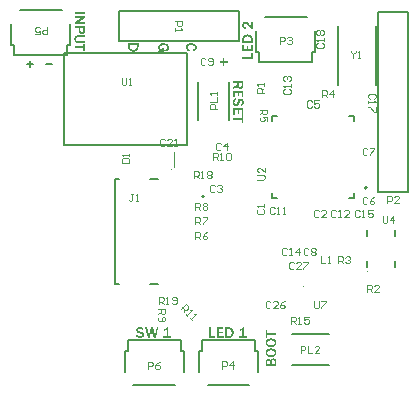
<source format=gto>
G04*
G04 #@! TF.GenerationSoftware,Altium Limited,Altium Designer,23.10.1 (27)*
G04*
G04 Layer_Color=65535*
%FSLAX25Y25*%
%MOIN*%
G70*
G04*
G04 #@! TF.SameCoordinates,13E47035-5D8A-42FE-96CF-1707A3A9F588*
G04*
G04*
G04 #@! TF.FilePolarity,Positive*
G04*
G01*
G75*
%ADD10C,0.00394*%
%ADD11C,0.00787*%
%ADD12C,0.00500*%
%ADD13C,0.00800*%
%ADD14C,0.00492*%
G36*
X-29251Y-13750D02*
X-29218D01*
X-29179Y-13754D01*
X-29134Y-13758D01*
X-29083Y-13764D01*
X-29026Y-13772D01*
X-28966Y-13782D01*
X-28903Y-13795D01*
X-28837Y-13811D01*
X-28767Y-13830D01*
X-28700Y-13852D01*
X-28630Y-13879D01*
X-28562Y-13910D01*
X-28495Y-13944D01*
X-28493D01*
X-28491Y-13947D01*
X-28478Y-13953D01*
X-28462Y-13965D01*
X-28437Y-13981D01*
X-28411Y-14000D01*
X-28378Y-14024D01*
X-28343Y-14053D01*
X-28306Y-14086D01*
X-28269Y-14123D01*
X-28230Y-14164D01*
X-28193Y-14209D01*
X-28156Y-14260D01*
X-28124Y-14313D01*
X-28093Y-14369D01*
X-28066Y-14430D01*
X-28046Y-14496D01*
X-28640Y-14643D01*
Y-14641D01*
X-28642Y-14639D01*
X-28646Y-14627D01*
X-28657Y-14607D01*
X-28669Y-14582D01*
X-28687Y-14551D01*
X-28710Y-14518D01*
X-28739Y-14484D01*
X-28771Y-14447D01*
X-28810Y-14410D01*
X-28857Y-14375D01*
X-28909Y-14340D01*
X-28968Y-14311D01*
X-29036Y-14287D01*
X-29110Y-14266D01*
X-29149Y-14260D01*
X-29192Y-14254D01*
X-29235Y-14252D01*
X-29282Y-14250D01*
X-29311D01*
X-29329Y-14252D01*
X-29354Y-14254D01*
X-29382Y-14256D01*
X-29413Y-14260D01*
X-29448Y-14264D01*
X-29520Y-14281D01*
X-29557Y-14289D01*
X-29594Y-14301D01*
X-29630Y-14315D01*
X-29665Y-14332D01*
X-29698Y-14350D01*
X-29729Y-14373D01*
X-29731Y-14375D01*
X-29735Y-14379D01*
X-29743Y-14385D01*
X-29753Y-14395D01*
X-29764Y-14406D01*
X-29778Y-14420D01*
X-29790Y-14438D01*
X-29805Y-14457D01*
X-29819Y-14477D01*
X-29833Y-14502D01*
X-29848Y-14527D01*
X-29858Y-14555D01*
X-29868Y-14584D01*
X-29876Y-14615D01*
X-29880Y-14648D01*
X-29882Y-14682D01*
Y-14686D01*
Y-14695D01*
X-29878Y-14711D01*
X-29874Y-14732D01*
X-29868Y-14754D01*
X-29858Y-14783D01*
X-29842Y-14814D01*
X-29821Y-14846D01*
X-29796Y-14879D01*
X-29764Y-14914D01*
X-29725Y-14949D01*
X-29702Y-14967D01*
X-29678Y-14984D01*
X-29651Y-15000D01*
X-29622Y-15017D01*
X-29591Y-15031D01*
X-29559Y-15047D01*
X-29522Y-15062D01*
X-29485Y-15074D01*
X-29442Y-15086D01*
X-29399Y-15099D01*
X-28808Y-15246D01*
X-28806D01*
X-28802Y-15248D01*
X-28794Y-15250D01*
X-28786Y-15252D01*
X-28773Y-15256D01*
X-28757Y-15260D01*
X-28741Y-15265D01*
X-28722Y-15271D01*
X-28679Y-15285D01*
X-28630Y-15304D01*
X-28575Y-15324D01*
X-28517Y-15347D01*
X-28458Y-15373D01*
X-28398Y-15404D01*
X-28339Y-15437D01*
X-28279Y-15472D01*
X-28224Y-15511D01*
X-28175Y-15554D01*
X-28130Y-15599D01*
X-28109Y-15621D01*
X-28091Y-15646D01*
X-28089Y-15648D01*
X-28083Y-15658D01*
X-28074Y-15673D01*
X-28062Y-15691D01*
X-28048Y-15716D01*
X-28031Y-15746D01*
X-28015Y-15779D01*
X-27999Y-15816D01*
X-27982Y-15857D01*
X-27964Y-15902D01*
X-27949Y-15951D01*
X-27935Y-16001D01*
X-27923Y-16054D01*
X-27915Y-16109D01*
X-27908Y-16167D01*
X-27906Y-16226D01*
Y-16228D01*
Y-16232D01*
Y-16238D01*
Y-16249D01*
X-27908Y-16261D01*
Y-16275D01*
X-27910Y-16292D01*
X-27913Y-16310D01*
X-27919Y-16353D01*
X-27927Y-16402D01*
X-27939Y-16458D01*
X-27953Y-16517D01*
X-27974Y-16581D01*
X-28001Y-16646D01*
X-28031Y-16714D01*
X-28068Y-16780D01*
X-28113Y-16847D01*
X-28165Y-16911D01*
X-28193Y-16941D01*
X-28224Y-16972D01*
X-28257Y-17001D01*
X-28292Y-17030D01*
X-28294D01*
X-28296Y-17034D01*
X-28302Y-17038D01*
X-28310Y-17042D01*
X-28318Y-17048D01*
X-28331Y-17056D01*
X-28345Y-17067D01*
X-28361Y-17075D01*
X-28400Y-17097D01*
X-28446Y-17122D01*
X-28499Y-17149D01*
X-28560Y-17175D01*
X-28630Y-17204D01*
X-28704Y-17231D01*
X-28788Y-17255D01*
X-28876Y-17278D01*
X-28970Y-17296D01*
X-29071Y-17311D01*
X-29177Y-17319D01*
X-29290Y-17323D01*
X-29325D01*
X-29339Y-17321D01*
X-29358D01*
X-29376Y-17319D01*
X-29399D01*
X-29421Y-17317D01*
X-29475Y-17311D01*
X-29532Y-17304D01*
X-29598Y-17296D01*
X-29665Y-17284D01*
X-29737Y-17269D01*
X-29813Y-17253D01*
X-29889Y-17233D01*
X-29967Y-17208D01*
X-30044Y-17179D01*
X-30120Y-17144D01*
X-30194Y-17108D01*
X-30196D01*
X-30198Y-17106D01*
X-30211Y-17097D01*
X-30231Y-17085D01*
X-30256Y-17067D01*
X-30288Y-17044D01*
X-30323Y-17015D01*
X-30362Y-16983D01*
X-30403Y-16941D01*
X-30446Y-16898D01*
X-30489Y-16849D01*
X-30532Y-16794D01*
X-30575Y-16732D01*
X-30614Y-16667D01*
X-30649Y-16593D01*
X-30682Y-16517D01*
X-30709Y-16433D01*
X-30100Y-16304D01*
Y-16306D01*
X-30098Y-16310D01*
X-30096Y-16316D01*
X-30094Y-16327D01*
X-30090Y-16339D01*
X-30086Y-16351D01*
X-30071Y-16384D01*
X-30053Y-16423D01*
X-30026Y-16468D01*
X-29995Y-16513D01*
X-29975Y-16538D01*
X-29954Y-16562D01*
X-29932Y-16587D01*
X-29905Y-16609D01*
X-29878Y-16634D01*
X-29848Y-16657D01*
X-29815Y-16679D01*
X-29780Y-16702D01*
X-29741Y-16720D01*
X-29700Y-16741D01*
X-29657Y-16757D01*
X-29610Y-16773D01*
X-29561Y-16786D01*
X-29507Y-16798D01*
X-29450Y-16808D01*
X-29390Y-16814D01*
X-29327Y-16818D01*
X-29261Y-16821D01*
X-29229D01*
X-29206Y-16818D01*
X-29179Y-16816D01*
X-29147Y-16814D01*
X-29112Y-16810D01*
X-29073Y-16804D01*
X-29032Y-16798D01*
X-28991Y-16788D01*
X-28948Y-16778D01*
X-28907Y-16765D01*
X-28864Y-16751D01*
X-28825Y-16732D01*
X-28786Y-16712D01*
X-28751Y-16689D01*
X-28749Y-16687D01*
X-28743Y-16683D01*
X-28734Y-16675D01*
X-28722Y-16665D01*
X-28710Y-16653D01*
X-28694Y-16636D01*
X-28677Y-16618D01*
X-28661Y-16597D01*
X-28644Y-16575D01*
X-28628Y-16550D01*
X-28611Y-16523D01*
X-28599Y-16495D01*
X-28587Y-16462D01*
X-28579Y-16429D01*
X-28573Y-16396D01*
X-28571Y-16359D01*
Y-16357D01*
Y-16353D01*
Y-16345D01*
X-28573Y-16335D01*
Y-16322D01*
X-28575Y-16308D01*
X-28581Y-16273D01*
X-28591Y-16232D01*
X-28605Y-16189D01*
X-28626Y-16142D01*
X-28653Y-16097D01*
Y-16095D01*
X-28657Y-16091D01*
X-28661Y-16085D01*
X-28669Y-16076D01*
X-28679Y-16066D01*
X-28692Y-16056D01*
X-28708Y-16042D01*
X-28726Y-16027D01*
X-28747Y-16013D01*
X-28771Y-15999D01*
X-28800Y-15982D01*
X-28833Y-15966D01*
X-28868Y-15951D01*
X-28907Y-15935D01*
X-28952Y-15921D01*
X-28999Y-15908D01*
X-29663Y-15734D01*
X-29667Y-15732D01*
X-29678Y-15730D01*
X-29696Y-15726D01*
X-29719Y-15718D01*
X-29747Y-15710D01*
X-29780Y-15699D01*
X-29815Y-15689D01*
X-29854Y-15677D01*
X-29936Y-15646D01*
X-30020Y-15611D01*
X-30061Y-15593D01*
X-30098Y-15574D01*
X-30135Y-15554D01*
X-30167Y-15533D01*
X-30169Y-15531D01*
X-30174Y-15527D01*
X-30184Y-15521D01*
X-30194Y-15513D01*
X-30209Y-15500D01*
X-30223Y-15486D01*
X-30241Y-15470D01*
X-30260Y-15451D01*
X-30280Y-15431D01*
X-30303Y-15406D01*
X-30323Y-15379D01*
X-30346Y-15351D01*
X-30366Y-15320D01*
X-30389Y-15287D01*
X-30409Y-15252D01*
X-30428Y-15215D01*
X-30430Y-15213D01*
X-30432Y-15205D01*
X-30436Y-15195D01*
X-30442Y-15179D01*
X-30450Y-15160D01*
X-30459Y-15137D01*
X-30467Y-15111D01*
X-30477Y-15082D01*
X-30485Y-15051D01*
X-30496Y-15017D01*
X-30504Y-14980D01*
X-30510Y-14943D01*
X-30522Y-14861D01*
X-30524Y-14818D01*
X-30526Y-14775D01*
Y-14773D01*
Y-14769D01*
Y-14762D01*
Y-14754D01*
X-30524Y-14744D01*
Y-14730D01*
X-30520Y-14697D01*
X-30516Y-14658D01*
X-30508Y-14613D01*
X-30498Y-14561D01*
X-30483Y-14506D01*
X-30465Y-14449D01*
X-30442Y-14387D01*
X-30413Y-14326D01*
X-30381Y-14264D01*
X-30340Y-14201D01*
X-30295Y-14141D01*
X-30241Y-14084D01*
X-30180Y-14029D01*
X-30176Y-14024D01*
X-30163Y-14016D01*
X-30145Y-14002D01*
X-30116Y-13985D01*
X-30083Y-13963D01*
X-30042Y-13940D01*
X-29993Y-13914D01*
X-29940Y-13887D01*
X-29878Y-13862D01*
X-29811Y-13836D01*
X-29739Y-13813D01*
X-29659Y-13791D01*
X-29575Y-13774D01*
X-29487Y-13760D01*
X-29393Y-13752D01*
X-29294Y-13748D01*
X-29263D01*
X-29251Y-13750D01*
D02*
G37*
G36*
X-24130Y-17269D02*
X-24786D01*
X-25479Y-14717D01*
X-26106Y-17269D01*
X-26750D01*
X-27697Y-13801D01*
X-27035D01*
X-26363Y-16331D01*
X-25737Y-13801D01*
X-25104D01*
X-24413Y-16331D01*
X-23755Y-13801D01*
X-23204D01*
X-24130Y-17269D01*
D02*
G37*
G36*
X-19819Y-16759D02*
X-18837D01*
Y-17269D01*
X-21494D01*
Y-16759D01*
X-20448D01*
Y-14568D01*
X-20450Y-14570D01*
X-20455Y-14572D01*
X-20461Y-14580D01*
X-20471Y-14588D01*
X-20483Y-14598D01*
X-20500Y-14611D01*
X-20516Y-14625D01*
X-20537Y-14641D01*
X-20559Y-14660D01*
X-20582Y-14678D01*
X-20635Y-14721D01*
X-20696Y-14766D01*
X-20762Y-14816D01*
X-20834Y-14867D01*
X-20910Y-14920D01*
X-20988Y-14972D01*
X-21068Y-15023D01*
X-21152Y-15072D01*
X-21234Y-15117D01*
X-21316Y-15158D01*
X-21398Y-15193D01*
Y-14568D01*
X-21396D01*
X-21394Y-14566D01*
X-21387Y-14563D01*
X-21379Y-14559D01*
X-21357Y-14551D01*
X-21328Y-14541D01*
X-21293Y-14527D01*
X-21254Y-14512D01*
X-21211Y-14496D01*
X-21166Y-14477D01*
X-21074Y-14438D01*
X-21029Y-14418D01*
X-20986Y-14400D01*
X-20944Y-14381D01*
X-20910Y-14365D01*
X-20879Y-14348D01*
X-20854Y-14334D01*
X-20852D01*
X-20848Y-14330D01*
X-20842Y-14326D01*
X-20834Y-14320D01*
X-20821Y-14311D01*
X-20807Y-14301D01*
X-20791Y-14289D01*
X-20772Y-14275D01*
X-20752Y-14258D01*
X-20727Y-14240D01*
X-20701Y-14217D01*
X-20672Y-14195D01*
X-20641Y-14168D01*
X-20606Y-14139D01*
X-20571Y-14108D01*
X-20533Y-14074D01*
X-20530Y-14072D01*
X-20522Y-14065D01*
X-20512Y-14055D01*
X-20498Y-14041D01*
X-20481Y-14024D01*
X-20461Y-14006D01*
X-20440Y-13983D01*
X-20416Y-13959D01*
X-20366Y-13905D01*
X-20317Y-13848D01*
X-20272Y-13789D01*
X-20254Y-13758D01*
X-20235Y-13729D01*
X-19819D01*
Y-16759D01*
D02*
G37*
G36*
X-29799Y79596D02*
X-29801Y79577D01*
X-29803Y79559D01*
X-29805Y79534D01*
X-29807Y79510D01*
X-29809Y79481D01*
X-29814Y79448D01*
X-29820Y79415D01*
X-29826Y79378D01*
X-29840Y79302D01*
X-29863Y79218D01*
X-29889Y79130D01*
X-29922Y79036D01*
X-29963Y78942D01*
X-29986Y78895D01*
X-30010Y78847D01*
X-30039Y78800D01*
X-30068Y78753D01*
X-30101Y78706D01*
X-30135Y78661D01*
X-30172Y78616D01*
X-30213Y78573D01*
X-30256Y78530D01*
X-30301Y78489D01*
X-30303Y78487D01*
X-30307Y78484D01*
X-30314Y78478D01*
X-30324Y78470D01*
X-30336Y78460D01*
X-30353Y78450D01*
X-30371Y78435D01*
X-30392Y78421D01*
X-30414Y78404D01*
X-30441Y78388D01*
X-30467Y78372D01*
X-30498Y78353D01*
X-30531Y78333D01*
X-30566Y78314D01*
X-30605Y78294D01*
X-30644Y78273D01*
X-30685Y78253D01*
X-30730Y78232D01*
X-30775Y78214D01*
X-30824Y78193D01*
X-30925Y78158D01*
X-31035Y78126D01*
X-31152Y78097D01*
X-31275Y78076D01*
X-31339Y78068D01*
X-31404Y78062D01*
X-31472Y78060D01*
X-31540Y78058D01*
X-31542D01*
X-31548D01*
X-31558D01*
X-31572D01*
X-31591Y78060D01*
X-31611D01*
X-31636Y78062D01*
X-31663Y78064D01*
X-31693Y78068D01*
X-31726Y78072D01*
X-31761Y78076D01*
X-31800Y78081D01*
X-31839Y78087D01*
X-31882Y78095D01*
X-31970Y78113D01*
X-32066Y78136D01*
X-32165Y78167D01*
X-32267Y78202D01*
X-32372Y78245D01*
X-32423Y78269D01*
X-32476Y78296D01*
X-32528Y78325D01*
X-32579Y78355D01*
X-32628Y78388D01*
X-32677Y78423D01*
X-32726Y78460D01*
X-32774Y78501D01*
X-32776Y78503D01*
X-32780Y78505D01*
X-32786Y78513D01*
X-32794Y78521D01*
X-32807Y78534D01*
X-32819Y78548D01*
X-32835Y78564D01*
X-32852Y78583D01*
X-32868Y78605D01*
X-32888Y78628D01*
X-32909Y78655D01*
X-32930Y78685D01*
X-32952Y78716D01*
X-32975Y78749D01*
X-32997Y78786D01*
X-33020Y78825D01*
X-33044Y78866D01*
X-33067Y78911D01*
X-33089Y78956D01*
X-33112Y79005D01*
X-33132Y79056D01*
X-33153Y79110D01*
X-33173Y79165D01*
X-33190Y79223D01*
X-33206Y79282D01*
X-33223Y79346D01*
X-33235Y79409D01*
X-33247Y79477D01*
X-33255Y79546D01*
X-33262Y79618D01*
X-33266Y79692D01*
X-33268Y79768D01*
Y80905D01*
X-29799D01*
Y79596D01*
D02*
G37*
G36*
X5933Y88094D02*
X5945D01*
X5978Y88091D01*
X6017Y88085D01*
X6062Y88079D01*
X6113Y88071D01*
X6168Y88057D01*
X6228Y88042D01*
X6291Y88022D01*
X6357Y87997D01*
X6425Y87966D01*
X6494Y87932D01*
X6562Y87890D01*
X6630Y87843D01*
X6697Y87790D01*
X6701Y87786D01*
X6706Y87782D01*
X6714Y87774D01*
X6722Y87766D01*
X6734Y87753D01*
X6747Y87741D01*
X6763Y87725D01*
X6779Y87704D01*
X6800Y87681D01*
X6820Y87657D01*
X6843Y87630D01*
X6870Y87599D01*
X6896Y87565D01*
X6925Y87528D01*
X6956Y87487D01*
X6991Y87442D01*
X7025Y87394D01*
X7062Y87343D01*
X7101Y87286D01*
X7142Y87226D01*
X7185Y87163D01*
X7230Y87095D01*
X7278Y87023D01*
X7327Y86945D01*
X7378Y86866D01*
X7431Y86779D01*
X7487Y86689D01*
X7544Y86593D01*
X7604Y86492D01*
X7663Y86388D01*
X7727Y86277D01*
Y88085D01*
X8268D01*
Y85527D01*
X7661D01*
X6954Y86591D01*
Y86593D01*
X6950Y86597D01*
X6945Y86603D01*
X6939Y86613D01*
X6931Y86624D01*
X6921Y86638D01*
X6898Y86671D01*
X6870Y86710D01*
X6835Y86757D01*
X6798Y86806D01*
X6757Y86859D01*
X6712Y86915D01*
X6667Y86970D01*
X6617Y87025D01*
X6568Y87079D01*
X6517Y87130D01*
X6468Y87177D01*
X6419Y87220D01*
X6369Y87255D01*
X6367Y87257D01*
X6357Y87263D01*
X6345Y87271D01*
X6326Y87282D01*
X6304Y87296D01*
X6277Y87310D01*
X6246Y87325D01*
X6214Y87341D01*
X6179Y87357D01*
X6142Y87372D01*
X6064Y87401D01*
X6023Y87411D01*
X5982Y87419D01*
X5941Y87425D01*
X5900Y87427D01*
X5898D01*
X5888D01*
X5875Y87425D01*
X5857D01*
X5834Y87421D01*
X5810Y87419D01*
X5781Y87413D01*
X5748Y87407D01*
X5715Y87397D01*
X5681Y87386D01*
X5646Y87372D01*
X5609Y87356D01*
X5572Y87335D01*
X5535Y87312D01*
X5500Y87286D01*
X5467Y87255D01*
X5465Y87253D01*
X5459Y87247D01*
X5451Y87239D01*
X5441Y87224D01*
X5426Y87208D01*
X5412Y87187D01*
X5396Y87163D01*
X5379Y87136D01*
X5363Y87105D01*
X5347Y87073D01*
X5332Y87036D01*
X5318Y86997D01*
X5308Y86956D01*
X5299Y86911D01*
X5293Y86863D01*
X5291Y86814D01*
Y86800D01*
X5293Y86788D01*
Y86775D01*
X5295Y86759D01*
X5299Y86740D01*
X5301Y86720D01*
X5314Y86673D01*
X5330Y86622D01*
X5353Y86564D01*
X5365Y86536D01*
X5381Y86507D01*
X5400Y86476D01*
X5420Y86445D01*
X5443Y86417D01*
X5467Y86386D01*
X5496Y86357D01*
X5527Y86328D01*
X5560Y86302D01*
X5597Y86275D01*
X5638Y86251D01*
X5681Y86226D01*
X5728Y86205D01*
X5777Y86185D01*
X5830Y86167D01*
X5890Y86152D01*
X5951Y86140D01*
X6017Y86130D01*
X5865Y85527D01*
X5863D01*
X5859D01*
X5853Y85529D01*
X5845Y85531D01*
X5834Y85533D01*
X5820Y85535D01*
X5806Y85539D01*
X5787Y85543D01*
X5748Y85553D01*
X5701Y85568D01*
X5650Y85584D01*
X5593Y85605D01*
X5533Y85629D01*
X5469Y85658D01*
X5404Y85691D01*
X5338Y85730D01*
X5271Y85773D01*
X5203Y85822D01*
X5139Y85875D01*
X5076Y85937D01*
X5072Y85941D01*
X5062Y85953D01*
X5045Y85972D01*
X5025Y85998D01*
X5000Y86033D01*
X4971Y86074D01*
X4941Y86123D01*
X4910Y86177D01*
X4879Y86238D01*
X4850Y86306D01*
X4822Y86380D01*
X4797Y86460D01*
X4777Y86546D01*
X4760Y86636D01*
X4750Y86732D01*
X4746Y86835D01*
Y86859D01*
X4748Y86874D01*
Y86890D01*
X4750Y86909D01*
Y86929D01*
X4754Y86954D01*
X4756Y86978D01*
X4762Y87034D01*
X4772Y87097D01*
X4787Y87165D01*
X4803Y87237D01*
X4826Y87310D01*
X4852Y87386D01*
X4883Y87464D01*
X4920Y87540D01*
X4963Y87614D01*
X5014Y87683D01*
X5072Y87751D01*
X5076Y87755D01*
X5086Y87766D01*
X5105Y87784D01*
X5131Y87804D01*
X5162Y87831D01*
X5201Y87860D01*
X5246Y87890D01*
X5297Y87923D01*
X5355Y87956D01*
X5418Y87987D01*
X5486Y88016D01*
X5560Y88042D01*
X5638Y88065D01*
X5722Y88081D01*
X5810Y88091D01*
X5902Y88095D01*
X5904D01*
X5906D01*
X5912D01*
X5923D01*
X5933Y88094D01*
D02*
G37*
G36*
X6591Y83807D02*
X6611D01*
X6636Y83805D01*
X6663Y83803D01*
X6693Y83799D01*
X6726Y83795D01*
X6761Y83790D01*
X6800Y83786D01*
X6839Y83780D01*
X6882Y83772D01*
X6970Y83754D01*
X7066Y83731D01*
X7165Y83700D01*
X7267Y83666D01*
X7372Y83622D01*
X7423Y83598D01*
X7476Y83571D01*
X7528Y83543D01*
X7579Y83512D01*
X7628Y83479D01*
X7677Y83444D01*
X7727Y83407D01*
X7774Y83366D01*
X7776Y83364D01*
X7780Y83362D01*
X7786Y83354D01*
X7794Y83346D01*
X7807Y83333D01*
X7819Y83319D01*
X7835Y83303D01*
X7852Y83284D01*
X7868Y83262D01*
X7888Y83239D01*
X7909Y83212D01*
X7930Y83182D01*
X7952Y83151D01*
X7975Y83118D01*
X7997Y83081D01*
X8020Y83042D01*
X8044Y83001D01*
X8067Y82956D01*
X8089Y82911D01*
X8112Y82862D01*
X8132Y82811D01*
X8153Y82757D01*
X8173Y82702D01*
X8190Y82645D01*
X8206Y82585D01*
X8223Y82522D01*
X8235Y82458D01*
X8247Y82390D01*
X8255Y82321D01*
X8262Y82249D01*
X8266Y82175D01*
X8268Y82099D01*
Y80962D01*
X4799D01*
Y82271D01*
X4801Y82290D01*
X4803Y82308D01*
X4805Y82333D01*
X4807Y82358D01*
X4809Y82386D01*
X4814Y82419D01*
X4820Y82452D01*
X4826Y82489D01*
X4840Y82565D01*
X4863Y82649D01*
X4889Y82737D01*
X4922Y82831D01*
X4963Y82925D01*
X4986Y82973D01*
X5010Y83020D01*
X5039Y83067D01*
X5068Y83114D01*
X5100Y83161D01*
X5135Y83206D01*
X5172Y83251D01*
X5213Y83294D01*
X5256Y83337D01*
X5301Y83378D01*
X5303Y83381D01*
X5308Y83383D01*
X5314Y83389D01*
X5324Y83397D01*
X5336Y83407D01*
X5353Y83417D01*
X5371Y83432D01*
X5392Y83446D01*
X5414Y83463D01*
X5441Y83479D01*
X5467Y83495D01*
X5498Y83514D01*
X5531Y83534D01*
X5566Y83553D01*
X5605Y83573D01*
X5644Y83594D01*
X5685Y83614D01*
X5730Y83635D01*
X5775Y83653D01*
X5824Y83674D01*
X5925Y83709D01*
X6035Y83741D01*
X6152Y83770D01*
X6275Y83790D01*
X6339Y83799D01*
X6404Y83805D01*
X6472Y83807D01*
X6540Y83809D01*
X6542D01*
X6548D01*
X6558D01*
X6572D01*
X6591Y83807D01*
D02*
G37*
G36*
X8268Y78186D02*
X4799D01*
Y80416D01*
X5314D01*
Y78811D01*
X6255D01*
Y80103D01*
X6759D01*
Y78811D01*
X7731D01*
Y80441D01*
X8268D01*
Y78186D01*
D02*
G37*
G36*
Y75590D02*
X4799D01*
Y76249D01*
X7702D01*
Y77725D01*
X8268D01*
Y75590D01*
D02*
G37*
G36*
X-47659Y90713D02*
X-51128D01*
Y91339D01*
X-47659D01*
Y90713D01*
D02*
G37*
G36*
Y89260D02*
X-49703Y88044D01*
X-49705Y88042D01*
X-49707D01*
X-49711Y88038D01*
X-49720Y88034D01*
X-49730Y88028D01*
X-49742Y88022D01*
X-49758Y88011D01*
X-49779Y87999D01*
X-49806Y87985D01*
X-49834Y87966D01*
X-49871Y87944D01*
X-49912Y87919D01*
X-49959Y87893D01*
X-50015Y87860D01*
X-50076Y87823D01*
X-47659D01*
Y87331D01*
X-51128D01*
Y87938D01*
X-48912Y89256D01*
X-48910Y89258D01*
X-48902Y89262D01*
X-48889Y89268D01*
X-48871Y89280D01*
X-48848Y89293D01*
X-48820Y89311D01*
X-48787Y89330D01*
X-48746Y89354D01*
X-48744Y89356D01*
X-48735Y89360D01*
X-48725Y89367D01*
X-48707Y89377D01*
X-48684Y89391D01*
X-48658Y89407D01*
X-48625Y89426D01*
X-48586Y89448D01*
X-51128D01*
Y89951D01*
X-47659D01*
Y89260D01*
D02*
G37*
G36*
Y85119D02*
X-47661Y85105D01*
Y85088D01*
X-47663Y85068D01*
Y85045D01*
X-47665Y85022D01*
X-47670Y84996D01*
X-47676Y84939D01*
X-47684Y84875D01*
X-47698Y84805D01*
X-47712Y84733D01*
X-47733Y84660D01*
X-47758Y84584D01*
X-47788Y84510D01*
X-47823Y84438D01*
X-47864Y84369D01*
X-47911Y84303D01*
X-47965Y84246D01*
X-47969Y84241D01*
X-47979Y84233D01*
X-47995Y84219D01*
X-48018Y84198D01*
X-48049Y84178D01*
X-48084Y84151D01*
X-48125Y84125D01*
X-48170Y84098D01*
X-48221Y84071D01*
X-48276Y84045D01*
X-48336Y84018D01*
X-48399Y83995D01*
X-48467Y83977D01*
X-48537Y83963D01*
X-48610Y83955D01*
X-48688Y83950D01*
X-48690D01*
X-48695D01*
X-48701D01*
X-48709D01*
X-48721Y83952D01*
X-48733D01*
X-48750Y83955D01*
X-48766D01*
X-48807Y83961D01*
X-48854Y83967D01*
X-48906Y83977D01*
X-48963Y83989D01*
X-49022Y84008D01*
X-49086Y84028D01*
X-49150Y84053D01*
X-49213Y84084D01*
X-49279Y84121D01*
X-49340Y84164D01*
X-49402Y84213D01*
X-49459Y84268D01*
X-49463Y84272D01*
X-49471Y84282D01*
X-49486Y84301D01*
X-49504Y84325D01*
X-49527Y84356D01*
X-49553Y84395D01*
X-49580Y84438D01*
X-49607Y84487D01*
X-49633Y84543D01*
X-49660Y84604D01*
X-49687Y84670D01*
X-49707Y84742D01*
X-49728Y84817D01*
X-49742Y84899D01*
X-49750Y84984D01*
X-49754Y85074D01*
Y85941D01*
X-51128D01*
Y86566D01*
X-47659D01*
Y85119D01*
D02*
G37*
G36*
Y82841D02*
X-49887D01*
X-49890D01*
X-49892D01*
X-49900D01*
X-49908D01*
X-49918D01*
X-49931Y82839D01*
X-49961D01*
X-49998Y82835D01*
X-50039Y82831D01*
X-50086Y82825D01*
X-50134Y82817D01*
X-50185Y82806D01*
X-50236Y82794D01*
X-50285Y82780D01*
X-50334Y82761D01*
X-50380Y82739D01*
X-50423Y82714D01*
X-50459Y82683D01*
X-50490Y82651D01*
X-50492Y82649D01*
X-50496Y82643D01*
X-50503Y82630D01*
X-50513Y82616D01*
X-50523Y82597D01*
X-50535Y82577D01*
X-50548Y82550D01*
X-50562Y82521D01*
X-50574Y82491D01*
X-50589Y82456D01*
X-50601Y82419D01*
X-50611Y82380D01*
X-50621Y82339D01*
X-50628Y82296D01*
X-50632Y82251D01*
X-50634Y82204D01*
Y82191D01*
X-50632Y82175D01*
Y82155D01*
X-50630Y82130D01*
X-50625Y82101D01*
X-50621Y82070D01*
X-50615Y82036D01*
X-50607Y81999D01*
X-50597Y81960D01*
X-50585Y81923D01*
X-50568Y81882D01*
X-50552Y81845D01*
X-50531Y81806D01*
X-50507Y81771D01*
X-50480Y81736D01*
X-50478Y81734D01*
X-50472Y81728D01*
X-50464Y81720D01*
X-50449Y81710D01*
X-50431Y81695D01*
X-50408Y81681D01*
X-50382Y81665D01*
X-50349Y81648D01*
X-50310Y81632D01*
X-50267Y81615D01*
X-50220Y81601D01*
X-50164Y81587D01*
X-50105Y81577D01*
X-50039Y81568D01*
X-49965Y81562D01*
X-49887Y81560D01*
X-47659D01*
Y81064D01*
X-49887D01*
X-49890D01*
X-49892D01*
X-49900D01*
X-49908D01*
X-49918D01*
X-49931D01*
X-49961Y81066D01*
X-50000D01*
X-50043Y81070D01*
X-50093Y81072D01*
X-50144Y81076D01*
X-50199Y81082D01*
X-50257Y81089D01*
X-50373Y81107D01*
X-50429Y81119D01*
X-50484Y81132D01*
X-50537Y81148D01*
X-50585Y81166D01*
X-50587Y81169D01*
X-50595Y81171D01*
X-50609Y81179D01*
X-50625Y81187D01*
X-50646Y81199D01*
X-50671Y81214D01*
X-50699Y81232D01*
X-50728Y81255D01*
X-50761Y81279D01*
X-50794Y81308D01*
X-50828Y81341D01*
X-50865Y81376D01*
X-50900Y81417D01*
X-50935Y81460D01*
X-50970Y81507D01*
X-51005Y81560D01*
X-51007Y81564D01*
X-51013Y81572D01*
X-51021Y81589D01*
X-51032Y81611D01*
X-51046Y81640D01*
X-51060Y81675D01*
X-51077Y81714D01*
X-51093Y81757D01*
X-51109Y81808D01*
X-51126Y81861D01*
X-51140Y81919D01*
X-51155Y81982D01*
X-51165Y82048D01*
X-51173Y82120D01*
X-51179Y82191D01*
X-51181Y82269D01*
Y82298D01*
X-51179Y82310D01*
Y82339D01*
X-51177Y82376D01*
X-51173Y82419D01*
X-51169Y82464D01*
X-51163Y82515D01*
X-51155Y82571D01*
X-51144Y82626D01*
X-51132Y82686D01*
X-51117Y82743D01*
X-51099Y82802D01*
X-51079Y82860D01*
X-51056Y82915D01*
X-51029Y82968D01*
X-51027Y82970D01*
X-51023Y82981D01*
X-51013Y82995D01*
X-51001Y83013D01*
X-50986Y83036D01*
X-50968Y83061D01*
X-50945Y83089D01*
X-50921Y83120D01*
X-50892Y83151D01*
X-50861Y83184D01*
X-50826Y83217D01*
X-50790Y83249D01*
X-50749Y83280D01*
X-50705Y83311D01*
X-50660Y83337D01*
X-50611Y83362D01*
X-50607Y83364D01*
X-50599Y83366D01*
X-50585Y83372D01*
X-50564Y83381D01*
X-50537Y83389D01*
X-50505Y83399D01*
X-50468Y83411D01*
X-50427Y83421D01*
X-50380Y83432D01*
X-50328Y83444D01*
X-50273Y83454D01*
X-50213Y83463D01*
X-50150Y83471D01*
X-50082Y83475D01*
X-50011Y83479D01*
X-49935Y83481D01*
X-47659D01*
Y82841D01*
D02*
G37*
G36*
Y78215D02*
X-48194D01*
Y79137D01*
X-51128D01*
Y79807D01*
X-48194D01*
Y80730D01*
X-47659D01*
Y78215D01*
D02*
G37*
G36*
X5449Y-16812D02*
X6431D01*
Y-17323D01*
X3774D01*
Y-16812D01*
X4820D01*
Y-14621D01*
X4818Y-14623D01*
X4814Y-14625D01*
X4808Y-14633D01*
X4797Y-14641D01*
X4785Y-14652D01*
X4769Y-14664D01*
X4752Y-14678D01*
X4732Y-14695D01*
X4709Y-14713D01*
X4687Y-14732D01*
X4633Y-14775D01*
X4572Y-14820D01*
X4506Y-14869D01*
X4435Y-14920D01*
X4359Y-14974D01*
X4281Y-15025D01*
X4201Y-15076D01*
X4117Y-15125D01*
X4035Y-15170D01*
X3953Y-15211D01*
X3871Y-15246D01*
Y-14621D01*
X3873D01*
X3875Y-14619D01*
X3881Y-14617D01*
X3889Y-14613D01*
X3912Y-14604D01*
X3940Y-14594D01*
X3975Y-14580D01*
X4014Y-14566D01*
X4057Y-14549D01*
X4103Y-14531D01*
X4195Y-14492D01*
X4240Y-14471D01*
X4283Y-14453D01*
X4324Y-14434D01*
X4359Y-14418D01*
X4389Y-14402D01*
X4414Y-14387D01*
X4416D01*
X4420Y-14383D01*
X4426Y-14379D01*
X4435Y-14373D01*
X4447Y-14365D01*
X4461Y-14354D01*
X4478Y-14342D01*
X4496Y-14328D01*
X4517Y-14311D01*
X4541Y-14293D01*
X4568Y-14270D01*
X4597Y-14248D01*
X4627Y-14221D01*
X4662Y-14193D01*
X4697Y-14162D01*
X4736Y-14127D01*
X4738Y-14125D01*
X4746Y-14119D01*
X4756Y-14108D01*
X4771Y-14094D01*
X4787Y-14078D01*
X4808Y-14059D01*
X4828Y-14037D01*
X4853Y-14012D01*
X4902Y-13959D01*
X4951Y-13901D01*
X4996Y-13842D01*
X5015Y-13811D01*
X5033Y-13782D01*
X5449D01*
Y-16812D01*
D02*
G37*
G36*
X400Y-13856D02*
X419Y-13858D01*
X443Y-13860D01*
X468Y-13862D01*
X496Y-13864D01*
X529Y-13869D01*
X562Y-13875D01*
X599Y-13881D01*
X675Y-13895D01*
X759Y-13918D01*
X847Y-13944D01*
X941Y-13977D01*
X1036Y-14018D01*
X1083Y-14041D01*
X1130Y-14065D01*
X1177Y-14094D01*
X1224Y-14123D01*
X1271Y-14156D01*
X1316Y-14190D01*
X1362Y-14227D01*
X1405Y-14268D01*
X1448Y-14311D01*
X1489Y-14356D01*
X1491Y-14358D01*
X1493Y-14363D01*
X1499Y-14369D01*
X1507Y-14379D01*
X1517Y-14391D01*
X1528Y-14408D01*
X1542Y-14426D01*
X1556Y-14447D01*
X1573Y-14469D01*
X1589Y-14496D01*
X1606Y-14523D01*
X1624Y-14553D01*
X1644Y-14586D01*
X1663Y-14621D01*
X1684Y-14660D01*
X1704Y-14699D01*
X1725Y-14740D01*
X1745Y-14785D01*
X1763Y-14830D01*
X1784Y-14879D01*
X1819Y-14980D01*
X1852Y-15090D01*
X1880Y-15207D01*
X1901Y-15330D01*
X1909Y-15394D01*
X1915Y-15459D01*
X1917Y-15527D01*
X1919Y-15595D01*
Y-15597D01*
Y-15603D01*
Y-15613D01*
Y-15628D01*
X1917Y-15646D01*
Y-15666D01*
X1915Y-15691D01*
X1913Y-15718D01*
X1909Y-15748D01*
X1905Y-15781D01*
X1901Y-15816D01*
X1897Y-15855D01*
X1891Y-15894D01*
X1882Y-15937D01*
X1864Y-16025D01*
X1841Y-16122D01*
X1811Y-16220D01*
X1776Y-16322D01*
X1733Y-16427D01*
X1708Y-16478D01*
X1681Y-16532D01*
X1653Y-16583D01*
X1622Y-16634D01*
X1589Y-16683D01*
X1554Y-16732D01*
X1517Y-16782D01*
X1476Y-16829D01*
X1474Y-16831D01*
X1472Y-16835D01*
X1464Y-16841D01*
X1456Y-16849D01*
X1444Y-16862D01*
X1429Y-16874D01*
X1413Y-16890D01*
X1394Y-16907D01*
X1372Y-16923D01*
X1349Y-16944D01*
X1323Y-16964D01*
X1292Y-16985D01*
X1261Y-17007D01*
X1228Y-17030D01*
X1192Y-17052D01*
X1153Y-17075D01*
X1111Y-17099D01*
X1066Y-17122D01*
X1021Y-17144D01*
X972Y-17167D01*
X921Y-17188D01*
X868Y-17208D01*
X812Y-17229D01*
X755Y-17245D01*
X695Y-17261D01*
X632Y-17278D01*
X568Y-17290D01*
X501Y-17302D01*
X431Y-17311D01*
X359Y-17317D01*
X285Y-17321D01*
X209Y-17323D01*
X-928D01*
Y-13854D01*
X382D01*
X400Y-13856D01*
D02*
G37*
G36*
X-1474Y-14369D02*
X-3079D01*
Y-15310D01*
X-1787D01*
Y-15814D01*
X-3079D01*
Y-16786D01*
X-1449D01*
Y-17323D01*
X-3704D01*
Y-13854D01*
X-1474D01*
Y-14369D01*
D02*
G37*
G36*
X-5641Y-16757D02*
X-4165D01*
Y-17323D01*
X-6299D01*
Y-13854D01*
X-5641D01*
Y-16757D01*
D02*
G37*
G36*
X13155Y-15694D02*
X16088D01*
Y-16364D01*
X13155D01*
Y-17286D01*
X12620D01*
Y-14771D01*
X13155D01*
Y-15694D01*
D02*
G37*
G36*
X14405Y-17491D02*
X14428D01*
X14455Y-17493D01*
X14483Y-17495D01*
X14516Y-17497D01*
X14551Y-17502D01*
X14590Y-17506D01*
X14631Y-17510D01*
X14674Y-17516D01*
X14719Y-17524D01*
X14813Y-17540D01*
X14914Y-17561D01*
X15020Y-17590D01*
X15127Y-17623D01*
X15236Y-17661D01*
X15344Y-17709D01*
X15398Y-17735D01*
X15451Y-17762D01*
X15502Y-17793D01*
X15551Y-17826D01*
X15600Y-17860D01*
X15648Y-17897D01*
X15650Y-17899D01*
X15654Y-17901D01*
X15660Y-17908D01*
X15668Y-17916D01*
X15680Y-17926D01*
X15693Y-17940D01*
X15709Y-17955D01*
X15726Y-17971D01*
X15742Y-17991D01*
X15763Y-18012D01*
X15783Y-18037D01*
X15803Y-18061D01*
X15826Y-18090D01*
X15849Y-18119D01*
X15894Y-18186D01*
X15941Y-18260D01*
X15986Y-18340D01*
X16027Y-18430D01*
X16064Y-18527D01*
X16097Y-18629D01*
X16109Y-18684D01*
X16121Y-18740D01*
X16129Y-18797D01*
X16136Y-18857D01*
X16140Y-18918D01*
X16142Y-18980D01*
Y-18996D01*
X16140Y-19010D01*
Y-19027D01*
X16138Y-19045D01*
X16136Y-19068D01*
X16134Y-19094D01*
X16129Y-19121D01*
X16125Y-19152D01*
X16121Y-19185D01*
X16115Y-19219D01*
X16099Y-19293D01*
X16076Y-19373D01*
X16049Y-19457D01*
X16015Y-19545D01*
X15996Y-19590D01*
X15974Y-19636D01*
X15949Y-19681D01*
X15924Y-19726D01*
X15896Y-19769D01*
X15865Y-19814D01*
X15832Y-19857D01*
X15795Y-19898D01*
X15756Y-19941D01*
X15715Y-19980D01*
X15672Y-20019D01*
X15625Y-20056D01*
X15623Y-20058D01*
X15619Y-20060D01*
X15611Y-20066D01*
X15600Y-20072D01*
X15588Y-20080D01*
X15572Y-20091D01*
X15553Y-20103D01*
X15533Y-20115D01*
X15508Y-20130D01*
X15482Y-20146D01*
X15453Y-20160D01*
X15420Y-20177D01*
X15387Y-20195D01*
X15350Y-20212D01*
X15312Y-20230D01*
X15270Y-20249D01*
X15227Y-20267D01*
X15180Y-20286D01*
X15133Y-20302D01*
X15084Y-20318D01*
X14977Y-20351D01*
X14865Y-20382D01*
X14744Y-20406D01*
X14616Y-20425D01*
X14481Y-20437D01*
X14414Y-20439D01*
X14342Y-20441D01*
X14340D01*
X14334D01*
X14323D01*
X14309D01*
X14291Y-20439D01*
X14268D01*
X14243Y-20437D01*
X14215Y-20435D01*
X14184Y-20433D01*
X14151Y-20429D01*
X14114Y-20425D01*
X14075Y-20419D01*
X14034Y-20415D01*
X13991Y-20406D01*
X13899Y-20390D01*
X13803Y-20367D01*
X13700Y-20341D01*
X13596Y-20308D01*
X13489Y-20269D01*
X13382Y-20222D01*
X13329Y-20195D01*
X13278Y-20167D01*
X13227Y-20136D01*
X13175Y-20103D01*
X13126Y-20068D01*
X13077Y-20031D01*
X13075Y-20029D01*
X13071Y-20027D01*
X13065Y-20021D01*
X13054Y-20013D01*
X13044Y-20003D01*
X13030Y-19988D01*
X13013Y-19974D01*
X12997Y-19958D01*
X12979Y-19937D01*
X12958Y-19917D01*
X12938Y-19892D01*
X12915Y-19865D01*
X12892Y-19839D01*
X12870Y-19808D01*
X12821Y-19742D01*
X12774Y-19668D01*
X12729Y-19586D01*
X12685Y-19498D01*
X12646Y-19402D01*
X12614Y-19299D01*
X12599Y-19246D01*
X12589Y-19189D01*
X12579Y-19133D01*
X12573Y-19074D01*
X12569Y-19012D01*
X12566Y-18951D01*
Y-18920D01*
X12569Y-18906D01*
X12571Y-18885D01*
X12573Y-18865D01*
X12575Y-18838D01*
X12579Y-18812D01*
X12583Y-18783D01*
X12587Y-18750D01*
X12593Y-18715D01*
X12610Y-18643D01*
X12630Y-18564D01*
X12657Y-18479D01*
X12692Y-18393D01*
X12710Y-18348D01*
X12733Y-18303D01*
X12755Y-18260D01*
X12782Y-18215D01*
X12810Y-18170D01*
X12841Y-18127D01*
X12874Y-18084D01*
X12909Y-18041D01*
X12946Y-18000D01*
X12987Y-17959D01*
X13030Y-17920D01*
X13077Y-17883D01*
X13079Y-17881D01*
X13083Y-17879D01*
X13089Y-17873D01*
X13100Y-17866D01*
X13114Y-17856D01*
X13128Y-17846D01*
X13147Y-17834D01*
X13169Y-17821D01*
X13192Y-17807D01*
X13218Y-17791D01*
X13247Y-17776D01*
X13278Y-17758D01*
X13313Y-17741D01*
X13348Y-17723D01*
X13386Y-17705D01*
X13428Y-17686D01*
X13471Y-17668D01*
X13514Y-17649D01*
X13563Y-17631D01*
X13612Y-17614D01*
X13663Y-17596D01*
X13717Y-17579D01*
X13829Y-17551D01*
X13948Y-17526D01*
X14075Y-17506D01*
X14211Y-17493D01*
X14278Y-17491D01*
X14350Y-17489D01*
X14352D01*
X14358D01*
X14370D01*
X14385D01*
X14405Y-17491D01*
D02*
G37*
G36*
Y-20843D02*
X14428D01*
X14455Y-20845D01*
X14483Y-20847D01*
X14516Y-20849D01*
X14551Y-20853D01*
X14590Y-20857D01*
X14631Y-20862D01*
X14674Y-20868D01*
X14719Y-20876D01*
X14813Y-20892D01*
X14914Y-20913D01*
X15020Y-20942D01*
X15127Y-20974D01*
X15236Y-21013D01*
X15344Y-21060D01*
X15398Y-21087D01*
X15451Y-21114D01*
X15502Y-21144D01*
X15551Y-21177D01*
X15600Y-21212D01*
X15648Y-21249D01*
X15650Y-21251D01*
X15654Y-21253D01*
X15660Y-21259D01*
X15668Y-21267D01*
X15680Y-21278D01*
X15693Y-21292D01*
X15709Y-21306D01*
X15726Y-21323D01*
X15742Y-21343D01*
X15763Y-21364D01*
X15783Y-21388D01*
X15803Y-21413D01*
X15826Y-21442D01*
X15849Y-21470D01*
X15894Y-21538D01*
X15941Y-21612D01*
X15986Y-21692D01*
X16027Y-21782D01*
X16064Y-21878D01*
X16097Y-21981D01*
X16109Y-22036D01*
X16121Y-22092D01*
X16129Y-22149D01*
X16136Y-22208D01*
X16140Y-22270D01*
X16142Y-22331D01*
Y-22348D01*
X16140Y-22362D01*
Y-22378D01*
X16138Y-22397D01*
X16136Y-22420D01*
X16134Y-22446D01*
X16129Y-22473D01*
X16125Y-22504D01*
X16121Y-22536D01*
X16115Y-22571D01*
X16099Y-22645D01*
X16076Y-22725D01*
X16049Y-22809D01*
X16015Y-22897D01*
X15996Y-22942D01*
X15974Y-22987D01*
X15949Y-23032D01*
X15924Y-23077D01*
X15896Y-23121D01*
X15865Y-23166D01*
X15832Y-23209D01*
X15795Y-23250D01*
X15756Y-23293D01*
X15715Y-23332D01*
X15672Y-23371D01*
X15625Y-23408D01*
X15623Y-23410D01*
X15619Y-23412D01*
X15611Y-23418D01*
X15600Y-23424D01*
X15588Y-23432D01*
X15572Y-23442D01*
X15553Y-23455D01*
X15533Y-23467D01*
X15508Y-23481D01*
X15482Y-23498D01*
X15453Y-23512D01*
X15420Y-23529D01*
X15387Y-23547D01*
X15350Y-23563D01*
X15312Y-23582D01*
X15270Y-23600D01*
X15227Y-23619D01*
X15180Y-23637D01*
X15133Y-23654D01*
X15084Y-23670D01*
X14977Y-23703D01*
X14865Y-23733D01*
X14744Y-23758D01*
X14616Y-23777D01*
X14481Y-23789D01*
X14414Y-23791D01*
X14342Y-23793D01*
X14340D01*
X14334D01*
X14323D01*
X14309D01*
X14291Y-23791D01*
X14268D01*
X14243Y-23789D01*
X14215Y-23787D01*
X14184Y-23785D01*
X14151Y-23781D01*
X14114Y-23777D01*
X14075Y-23770D01*
X14034Y-23766D01*
X13991Y-23758D01*
X13899Y-23742D01*
X13803Y-23719D01*
X13700Y-23693D01*
X13596Y-23660D01*
X13489Y-23621D01*
X13382Y-23574D01*
X13329Y-23547D01*
X13278Y-23518D01*
X13227Y-23487D01*
X13175Y-23455D01*
X13126Y-23420D01*
X13077Y-23383D01*
X13075Y-23381D01*
X13071Y-23379D01*
X13065Y-23373D01*
X13054Y-23365D01*
X13044Y-23354D01*
X13030Y-23340D01*
X13013Y-23326D01*
X12997Y-23309D01*
X12979Y-23289D01*
X12958Y-23268D01*
X12938Y-23244D01*
X12915Y-23217D01*
X12892Y-23190D01*
X12870Y-23159D01*
X12821Y-23094D01*
X12774Y-23020D01*
X12729Y-22938D01*
X12685Y-22850D01*
X12646Y-22754D01*
X12614Y-22651D01*
X12599Y-22598D01*
X12589Y-22540D01*
X12579Y-22485D01*
X12573Y-22426D01*
X12569Y-22364D01*
X12566Y-22303D01*
Y-22272D01*
X12569Y-22258D01*
X12571Y-22237D01*
X12573Y-22217D01*
X12575Y-22190D01*
X12579Y-22163D01*
X12583Y-22135D01*
X12587Y-22102D01*
X12593Y-22067D01*
X12610Y-21995D01*
X12630Y-21915D01*
X12657Y-21831D01*
X12692Y-21745D01*
X12710Y-21700D01*
X12733Y-21655D01*
X12755Y-21612D01*
X12782Y-21567D01*
X12810Y-21522D01*
X12841Y-21479D01*
X12874Y-21436D01*
X12909Y-21392D01*
X12946Y-21351D01*
X12987Y-21310D01*
X13030Y-21271D01*
X13077Y-21235D01*
X13079Y-21233D01*
X13083Y-21230D01*
X13089Y-21224D01*
X13100Y-21218D01*
X13114Y-21208D01*
X13128Y-21198D01*
X13147Y-21185D01*
X13169Y-21173D01*
X13192Y-21159D01*
X13218Y-21142D01*
X13247Y-21128D01*
X13278Y-21110D01*
X13313Y-21093D01*
X13348Y-21075D01*
X13386Y-21056D01*
X13428Y-21038D01*
X13471Y-21019D01*
X13514Y-21001D01*
X13563Y-20982D01*
X13612Y-20966D01*
X13663Y-20948D01*
X13717Y-20931D01*
X13829Y-20902D01*
X13948Y-20878D01*
X14075Y-20857D01*
X14211Y-20845D01*
X14278Y-20843D01*
X14350Y-20841D01*
X14352D01*
X14358D01*
X14370D01*
X14385D01*
X14405Y-20843D01*
D02*
G37*
G36*
X15180Y-24184D02*
X15209Y-24187D01*
X15242Y-24191D01*
X15283Y-24197D01*
X15328Y-24205D01*
X15377Y-24215D01*
X15428Y-24230D01*
X15482Y-24246D01*
X15539Y-24269D01*
X15594Y-24293D01*
X15652Y-24324D01*
X15709Y-24359D01*
X15763Y-24398D01*
X15816Y-24445D01*
X15818Y-24447D01*
X15828Y-24457D01*
X15840Y-24474D01*
X15859Y-24494D01*
X15879Y-24523D01*
X15902Y-24558D01*
X15926Y-24597D01*
X15951Y-24644D01*
X15978Y-24697D01*
X16002Y-24758D01*
X16025Y-24824D01*
X16045Y-24898D01*
X16064Y-24976D01*
X16076Y-25062D01*
X16084Y-25156D01*
X16088Y-25255D01*
Y-26772D01*
X12620D01*
Y-25388D01*
X12622Y-25363D01*
Y-25335D01*
X12624Y-25300D01*
X12626Y-25261D01*
X12628Y-25220D01*
X12632Y-25177D01*
X12638Y-25130D01*
X12651Y-25035D01*
X12667Y-24939D01*
X12679Y-24894D01*
X12692Y-24851D01*
Y-24849D01*
X12696Y-24840D01*
X12700Y-24828D01*
X12706Y-24812D01*
X12714Y-24793D01*
X12726Y-24771D01*
X12739Y-24744D01*
X12755Y-24715D01*
X12774Y-24687D01*
X12794Y-24656D01*
X12819Y-24623D01*
X12845Y-24590D01*
X12876Y-24556D01*
X12911Y-24523D01*
X12948Y-24490D01*
X12989Y-24459D01*
X12991Y-24457D01*
X12999Y-24451D01*
X13011Y-24443D01*
X13028Y-24433D01*
X13050Y-24420D01*
X13077Y-24406D01*
X13106Y-24392D01*
X13140Y-24375D01*
X13177Y-24361D01*
X13218Y-24347D01*
X13262Y-24332D01*
X13309Y-24320D01*
X13358Y-24308D01*
X13409Y-24299D01*
X13464Y-24295D01*
X13520Y-24293D01*
X13524D01*
X13532D01*
X13548Y-24295D01*
X13567D01*
X13594Y-24297D01*
X13622Y-24301D01*
X13655Y-24308D01*
X13690Y-24314D01*
X13729Y-24324D01*
X13768Y-24334D01*
X13809Y-24349D01*
X13852Y-24365D01*
X13895Y-24383D01*
X13938Y-24406D01*
X13979Y-24433D01*
X14020Y-24461D01*
X14022Y-24463D01*
X14028Y-24469D01*
X14040Y-24478D01*
X14053Y-24492D01*
X14071Y-24508D01*
X14090Y-24531D01*
X14110Y-24554D01*
X14133Y-24582D01*
X14155Y-24613D01*
X14178Y-24648D01*
X14200Y-24687D01*
X14223Y-24728D01*
X14241Y-24773D01*
X14260Y-24820D01*
X14276Y-24871D01*
X14288Y-24925D01*
Y-24920D01*
X14293Y-24908D01*
X14297Y-24890D01*
X14303Y-24865D01*
X14311Y-24834D01*
X14321Y-24800D01*
X14334Y-24761D01*
X14350Y-24717D01*
X14368Y-24675D01*
X14389Y-24627D01*
X14414Y-24582D01*
X14442Y-24537D01*
X14473Y-24492D01*
X14508Y-24449D01*
X14545Y-24408D01*
X14588Y-24371D01*
X14590Y-24369D01*
X14598Y-24363D01*
X14612Y-24353D01*
X14629Y-24342D01*
X14651Y-24328D01*
X14678Y-24312D01*
X14709Y-24295D01*
X14744Y-24277D01*
X14783Y-24258D01*
X14826Y-24242D01*
X14871Y-24226D01*
X14920Y-24211D01*
X14971Y-24199D01*
X15026Y-24191D01*
X15082Y-24184D01*
X15141Y-24182D01*
X15143D01*
X15145D01*
X15152D01*
X15160D01*
X15180Y-24184D01*
D02*
G37*
G36*
X5195Y66858D02*
X5193Y66841D01*
Y66821D01*
X5191Y66798D01*
X5189Y66774D01*
X5187Y66747D01*
X5181Y66688D01*
X5170Y66620D01*
X5160Y66550D01*
X5144Y66477D01*
X5125Y66401D01*
X5103Y66323D01*
X5076Y66247D01*
X5043Y66173D01*
X5006Y66103D01*
X4961Y66038D01*
X4912Y65978D01*
X4908Y65974D01*
X4900Y65966D01*
X4883Y65952D01*
X4861Y65931D01*
X4832Y65911D01*
X4800Y65884D01*
X4758Y65857D01*
X4715Y65831D01*
X4664Y65804D01*
X4609Y65777D01*
X4549Y65751D01*
X4484Y65728D01*
X4414Y65710D01*
X4340Y65695D01*
X4260Y65687D01*
X4178Y65683D01*
X4176D01*
X4170D01*
X4162D01*
X4150Y65685D01*
X4133D01*
X4115Y65687D01*
X4094Y65689D01*
X4070Y65693D01*
X4043Y65697D01*
X4016Y65702D01*
X3953Y65716D01*
X3885Y65736D01*
X3813Y65761D01*
X3774Y65777D01*
X3738Y65794D01*
X3699Y65814D01*
X3660Y65835D01*
X3621Y65859D01*
X3584Y65886D01*
X3545Y65915D01*
X3508Y65948D01*
X3471Y65980D01*
X3436Y66019D01*
X3403Y66058D01*
X3371Y66101D01*
X3340Y66149D01*
X3309Y66198D01*
X3283Y66251D01*
X3258Y66308D01*
X1726Y65702D01*
Y66362D01*
X3151Y66901D01*
Y67780D01*
X1726D01*
Y68405D01*
X5195D01*
Y66858D01*
D02*
G37*
G36*
Y62830D02*
X4681D01*
Y64435D01*
X3740D01*
Y63143D01*
X3235D01*
Y64435D01*
X2264D01*
Y62805D01*
X1726D01*
Y65060D01*
X5195D01*
Y62830D01*
D02*
G37*
G36*
X2692Y62022D02*
X2690D01*
X2686Y62020D01*
X2680Y62018D01*
X2670Y62016D01*
X2657Y62012D01*
X2645Y62007D01*
X2612Y61993D01*
X2573Y61975D01*
X2528Y61948D01*
X2483Y61917D01*
X2458Y61897D01*
X2434Y61876D01*
X2409Y61854D01*
X2387Y61827D01*
X2362Y61800D01*
X2340Y61770D01*
X2317Y61737D01*
X2294Y61702D01*
X2276Y61663D01*
X2255Y61622D01*
X2239Y61579D01*
X2223Y61532D01*
X2210Y61483D01*
X2198Y61429D01*
X2188Y61372D01*
X2182Y61313D01*
X2177Y61249D01*
X2176Y61183D01*
Y61151D01*
X2177Y61128D01*
X2180Y61101D01*
X2182Y61069D01*
X2186Y61034D01*
X2192Y60995D01*
X2198Y60954D01*
X2208Y60913D01*
X2218Y60870D01*
X2231Y60829D01*
X2245Y60786D01*
X2264Y60747D01*
X2284Y60708D01*
X2307Y60673D01*
X2309Y60671D01*
X2313Y60665D01*
X2321Y60656D01*
X2331Y60644D01*
X2344Y60632D01*
X2360Y60615D01*
X2378Y60599D01*
X2399Y60583D01*
X2421Y60566D01*
X2446Y60550D01*
X2473Y60533D01*
X2501Y60521D01*
X2534Y60509D01*
X2567Y60501D01*
X2600Y60495D01*
X2637Y60492D01*
X2639D01*
X2643D01*
X2651D01*
X2661Y60495D01*
X2674D01*
X2688Y60497D01*
X2723Y60503D01*
X2764Y60513D01*
X2807Y60527D01*
X2854Y60548D01*
X2899Y60575D01*
X2901D01*
X2905Y60579D01*
X2911Y60583D01*
X2920Y60591D01*
X2930Y60601D01*
X2940Y60614D01*
X2954Y60630D01*
X2969Y60648D01*
X2983Y60669D01*
X2998Y60693D01*
X3014Y60722D01*
X3030Y60755D01*
X3045Y60790D01*
X3061Y60829D01*
X3075Y60874D01*
X3088Y60921D01*
X3262Y61585D01*
X3264Y61589D01*
X3266Y61599D01*
X3270Y61618D01*
X3278Y61641D01*
X3287Y61669D01*
X3297Y61702D01*
X3307Y61737D01*
X3319Y61776D01*
X3350Y61858D01*
X3385Y61942D01*
X3403Y61983D01*
X3422Y62020D01*
X3442Y62057D01*
X3463Y62090D01*
X3465Y62091D01*
X3469Y62096D01*
X3475Y62106D01*
X3483Y62116D01*
X3496Y62130D01*
X3510Y62145D01*
X3526Y62163D01*
X3545Y62182D01*
X3565Y62202D01*
X3590Y62225D01*
X3617Y62245D01*
X3645Y62268D01*
X3676Y62288D01*
X3709Y62311D01*
X3744Y62331D01*
X3781Y62350D01*
X3783Y62352D01*
X3791Y62354D01*
X3801Y62358D01*
X3818Y62364D01*
X3836Y62372D01*
X3858Y62381D01*
X3885Y62389D01*
X3914Y62399D01*
X3945Y62407D01*
X3980Y62418D01*
X4016Y62426D01*
X4053Y62432D01*
X4135Y62444D01*
X4178Y62446D01*
X4221Y62448D01*
X4223D01*
X4228D01*
X4234D01*
X4242D01*
X4252Y62446D01*
X4267D01*
X4299Y62442D01*
X4338Y62438D01*
X4383Y62430D01*
X4435Y62419D01*
X4490Y62405D01*
X4547Y62387D01*
X4609Y62364D01*
X4670Y62335D01*
X4732Y62303D01*
X4795Y62262D01*
X4855Y62217D01*
X4912Y62163D01*
X4968Y62102D01*
X4972Y62098D01*
X4980Y62085D01*
X4994Y62067D01*
X5011Y62038D01*
X5033Y62005D01*
X5056Y61964D01*
X5082Y61915D01*
X5109Y61862D01*
X5134Y61800D01*
X5160Y61733D01*
X5183Y61661D01*
X5205Y61581D01*
X5222Y61497D01*
X5236Y61409D01*
X5244Y61315D01*
X5248Y61216D01*
Y61185D01*
X5246Y61173D01*
Y61140D01*
X5242Y61101D01*
X5238Y61056D01*
X5232Y61005D01*
X5224Y60948D01*
X5214Y60888D01*
X5201Y60825D01*
X5185Y60759D01*
X5166Y60689D01*
X5144Y60622D01*
X5117Y60552D01*
X5086Y60484D01*
X5052Y60417D01*
Y60415D01*
X5050Y60413D01*
X5043Y60400D01*
X5031Y60384D01*
X5015Y60359D01*
X4996Y60333D01*
X4972Y60300D01*
X4943Y60265D01*
X4910Y60228D01*
X4873Y60191D01*
X4832Y60152D01*
X4787Y60115D01*
X4736Y60078D01*
X4683Y60046D01*
X4627Y60015D01*
X4566Y59988D01*
X4500Y59968D01*
X4353Y60562D01*
X4355D01*
X4357Y60564D01*
X4369Y60568D01*
X4389Y60579D01*
X4414Y60591D01*
X4445Y60609D01*
X4478Y60632D01*
X4513Y60661D01*
X4549Y60693D01*
X4586Y60732D01*
X4621Y60780D01*
X4656Y60831D01*
X4685Y60890D01*
X4709Y60958D01*
X4730Y61032D01*
X4736Y61071D01*
X4742Y61114D01*
X4744Y61157D01*
X4746Y61204D01*
Y61233D01*
X4744Y61251D01*
X4742Y61276D01*
X4740Y61304D01*
X4736Y61335D01*
X4732Y61370D01*
X4715Y61442D01*
X4707Y61479D01*
X4695Y61515D01*
X4681Y61552D01*
X4664Y61587D01*
X4646Y61620D01*
X4623Y61651D01*
X4621Y61653D01*
X4617Y61657D01*
X4611Y61665D01*
X4601Y61675D01*
X4590Y61686D01*
X4576Y61700D01*
X4558Y61712D01*
X4539Y61727D01*
X4519Y61741D01*
X4494Y61755D01*
X4469Y61770D01*
X4441Y61780D01*
X4412Y61790D01*
X4381Y61798D01*
X4349Y61803D01*
X4314Y61804D01*
X4310D01*
X4301D01*
X4285Y61800D01*
X4264Y61796D01*
X4242Y61790D01*
X4213Y61780D01*
X4182Y61764D01*
X4150Y61743D01*
X4117Y61718D01*
X4082Y61686D01*
X4047Y61647D01*
X4029Y61624D01*
X4012Y61599D01*
X3996Y61573D01*
X3980Y61544D01*
X3965Y61513D01*
X3949Y61481D01*
X3934Y61444D01*
X3922Y61407D01*
X3910Y61364D01*
X3898Y61321D01*
X3750Y60730D01*
Y60728D01*
X3748Y60724D01*
X3746Y60716D01*
X3744Y60708D01*
X3740Y60695D01*
X3735Y60679D01*
X3731Y60663D01*
X3725Y60644D01*
X3711Y60601D01*
X3692Y60552D01*
X3672Y60497D01*
X3649Y60439D01*
X3623Y60380D01*
X3592Y60320D01*
X3559Y60261D01*
X3524Y60201D01*
X3485Y60146D01*
X3442Y60097D01*
X3397Y60052D01*
X3375Y60031D01*
X3350Y60013D01*
X3348Y60011D01*
X3338Y60005D01*
X3323Y59996D01*
X3305Y59984D01*
X3280Y59970D01*
X3250Y59953D01*
X3217Y59937D01*
X3180Y59921D01*
X3139Y59904D01*
X3094Y59886D01*
X3045Y59871D01*
X2995Y59857D01*
X2942Y59845D01*
X2887Y59837D01*
X2829Y59830D01*
X2770Y59828D01*
X2768D01*
X2764D01*
X2758D01*
X2747D01*
X2735Y59830D01*
X2721D01*
X2704Y59832D01*
X2686Y59834D01*
X2643Y59841D01*
X2594Y59849D01*
X2538Y59861D01*
X2479Y59876D01*
X2415Y59896D01*
X2350Y59923D01*
X2282Y59953D01*
X2217Y59990D01*
X2149Y60035D01*
X2085Y60087D01*
X2055Y60115D01*
X2024Y60146D01*
X1995Y60179D01*
X1966Y60214D01*
Y60216D01*
X1962Y60218D01*
X1958Y60224D01*
X1954Y60232D01*
X1948Y60240D01*
X1940Y60253D01*
X1929Y60267D01*
X1921Y60283D01*
X1899Y60322D01*
X1874Y60368D01*
X1847Y60421D01*
X1821Y60482D01*
X1792Y60552D01*
X1766Y60626D01*
X1741Y60710D01*
X1718Y60798D01*
X1700Y60892D01*
X1685Y60993D01*
X1677Y61099D01*
X1673Y61212D01*
Y61247D01*
X1675Y61261D01*
Y61280D01*
X1677Y61298D01*
Y61321D01*
X1679Y61343D01*
X1685Y61397D01*
X1692Y61454D01*
X1700Y61520D01*
X1712Y61587D01*
X1726Y61659D01*
X1743Y61735D01*
X1763Y61811D01*
X1788Y61889D01*
X1817Y61967D01*
X1852Y62042D01*
X1888Y62116D01*
Y62118D01*
X1891Y62120D01*
X1899Y62133D01*
X1911Y62153D01*
X1929Y62178D01*
X1952Y62210D01*
X1981Y62245D01*
X2014Y62284D01*
X2055Y62325D01*
X2098Y62368D01*
X2147Y62411D01*
X2202Y62454D01*
X2264Y62497D01*
X2329Y62536D01*
X2403Y62571D01*
X2479Y62604D01*
X2563Y62631D01*
X2692Y62022D01*
D02*
G37*
G36*
X5195Y57061D02*
X4681D01*
Y58666D01*
X3740D01*
Y57375D01*
X3235D01*
Y58666D01*
X2264D01*
Y57036D01*
X1726D01*
Y59291D01*
X5195D01*
Y57061D01*
D02*
G37*
G36*
Y54363D02*
X4660D01*
Y55286D01*
X1726D01*
Y55956D01*
X4660D01*
Y56878D01*
X5195D01*
Y54363D01*
D02*
G37*
G36*
X-21392Y80904D02*
X-21371D01*
X-21344Y80901D01*
X-21318Y80899D01*
X-21287Y80897D01*
X-21252Y80893D01*
X-21217Y80889D01*
X-21178Y80885D01*
X-21137Y80879D01*
X-21094Y80873D01*
X-21002Y80856D01*
X-20906Y80836D01*
X-20803Y80811D01*
X-20699Y80778D01*
X-20590Y80742D01*
X-20483Y80696D01*
X-20377Y80645D01*
X-20326Y80616D01*
X-20274Y80584D01*
X-20223Y80551D01*
X-20174Y80516D01*
X-20172Y80514D01*
X-20168Y80512D01*
X-20162Y80506D01*
X-20151Y80498D01*
X-20139Y80487D01*
X-20127Y80475D01*
X-20110Y80461D01*
X-20092Y80444D01*
X-20073Y80426D01*
X-20053Y80403D01*
X-20032Y80381D01*
X-20010Y80354D01*
X-19985Y80327D01*
X-19963Y80299D01*
X-19938Y80266D01*
X-19914Y80233D01*
X-19889Y80196D01*
X-19864Y80159D01*
X-19817Y80077D01*
X-19774Y79987D01*
X-19735Y79889D01*
X-19700Y79784D01*
X-19688Y79727D01*
X-19676Y79669D01*
X-19666Y79610D01*
X-19659Y79548D01*
X-19655Y79487D01*
X-19653Y79421D01*
Y79399D01*
X-19655Y79387D01*
Y79370D01*
X-19657Y79354D01*
Y79335D01*
X-19661Y79290D01*
X-19670Y79239D01*
X-19678Y79179D01*
X-19690Y79118D01*
X-19706Y79050D01*
X-19727Y78981D01*
X-19752Y78909D01*
X-19780Y78837D01*
X-19815Y78765D01*
X-19856Y78694D01*
X-19903Y78626D01*
X-19956Y78560D01*
X-19961Y78556D01*
X-19971Y78546D01*
X-19987Y78527D01*
X-20012Y78507D01*
X-20041Y78478D01*
X-20076Y78448D01*
X-20119Y78415D01*
X-20166Y78380D01*
X-20217Y78343D01*
X-20274Y78308D01*
X-20336Y78271D01*
X-20403Y78238D01*
X-20475Y78206D01*
X-20551Y78177D01*
X-20629Y78152D01*
X-20713Y78134D01*
X-20809Y78677D01*
X-20807D01*
X-20801Y78679D01*
X-20793Y78681D01*
X-20783Y78685D01*
X-20768Y78689D01*
X-20750Y78696D01*
X-20731Y78702D01*
X-20711Y78710D01*
X-20662Y78730D01*
X-20608Y78755D01*
X-20551Y78788D01*
X-20492Y78825D01*
X-20432Y78870D01*
X-20375Y78921D01*
X-20321Y78981D01*
X-20297Y79013D01*
X-20272Y79048D01*
X-20252Y79085D01*
X-20233Y79124D01*
X-20215Y79167D01*
X-20200Y79210D01*
X-20190Y79255D01*
X-20180Y79302D01*
X-20176Y79354D01*
X-20174Y79407D01*
Y79423D01*
X-20176Y79442D01*
X-20178Y79469D01*
X-20182Y79499D01*
X-20190Y79536D01*
X-20198Y79577D01*
X-20211Y79620D01*
X-20227Y79667D01*
X-20248Y79716D01*
X-20270Y79766D01*
X-20301Y79817D01*
X-20334Y79868D01*
X-20375Y79917D01*
X-20420Y79965D01*
X-20473Y80010D01*
X-20477Y80012D01*
X-20488Y80020D01*
X-20504Y80030D01*
X-20530Y80047D01*
X-20561Y80063D01*
X-20600Y80084D01*
X-20647Y80104D01*
X-20701Y80124D01*
X-20762Y80147D01*
X-20830Y80168D01*
X-20906Y80188D01*
X-20988Y80204D01*
X-21080Y80221D01*
X-21176Y80231D01*
X-21283Y80239D01*
X-21396Y80241D01*
X-21400D01*
X-21410D01*
X-21429D01*
X-21453Y80239D01*
X-21482Y80237D01*
X-21517Y80235D01*
X-21558Y80233D01*
X-21601Y80229D01*
X-21650Y80223D01*
X-21701Y80217D01*
X-21754Y80208D01*
X-21812Y80198D01*
X-21871Y80186D01*
X-21931Y80172D01*
X-21992Y80157D01*
X-22054Y80139D01*
X-22115Y80118D01*
X-22177Y80094D01*
X-22236Y80069D01*
X-22296Y80040D01*
X-22353Y80008D01*
X-22406Y79973D01*
X-22458Y79936D01*
X-22507Y79893D01*
X-22550Y79848D01*
X-22591Y79799D01*
X-22626Y79745D01*
X-22654Y79690D01*
X-22679Y79628D01*
X-22697Y79563D01*
X-22708Y79491D01*
X-22712Y79417D01*
Y79403D01*
X-22710Y79387D01*
X-22708Y79364D01*
X-22706Y79337D01*
X-22699Y79304D01*
X-22693Y79270D01*
X-22683Y79231D01*
X-22673Y79190D01*
X-22658Y79147D01*
X-22640Y79104D01*
X-22617Y79058D01*
X-22593Y79015D01*
X-22564Y78970D01*
X-22529Y78929D01*
X-22490Y78888D01*
X-22488Y78886D01*
X-22480Y78880D01*
X-22468Y78868D01*
X-22449Y78856D01*
X-22427Y78839D01*
X-22400Y78821D01*
X-22369Y78802D01*
X-22334Y78782D01*
X-22294Y78763D01*
X-22251Y78745D01*
X-22201Y78726D01*
X-22150Y78710D01*
X-22093Y78696D01*
X-22033Y78685D01*
X-21972Y78679D01*
X-21904Y78677D01*
Y79395D01*
X-21402D01*
Y78091D01*
X-23175D01*
Y78368D01*
X-22708Y78558D01*
X-22710D01*
X-22714Y78562D01*
X-22720Y78566D01*
X-22730Y78573D01*
X-22742Y78581D01*
X-22755Y78591D01*
X-22790Y78616D01*
X-22829Y78649D01*
X-22872Y78687D01*
X-22919Y78735D01*
X-22968Y78788D01*
X-23017Y78849D01*
X-23064Y78919D01*
X-23107Y78997D01*
X-23146Y79081D01*
X-23181Y79173D01*
X-23193Y79223D01*
X-23206Y79272D01*
X-23216Y79325D01*
X-23222Y79380D01*
X-23226Y79436D01*
X-23228Y79495D01*
Y79514D01*
X-23226Y79526D01*
Y79542D01*
X-23224Y79563D01*
X-23222Y79585D01*
X-23220Y79612D01*
X-23216Y79639D01*
X-23212Y79669D01*
X-23206Y79702D01*
X-23200Y79737D01*
X-23183Y79813D01*
X-23161Y79893D01*
X-23132Y79979D01*
X-23097Y80065D01*
X-23077Y80110D01*
X-23054Y80153D01*
X-23030Y80198D01*
X-23001Y80241D01*
X-22972Y80284D01*
X-22939Y80327D01*
X-22907Y80368D01*
X-22867Y80409D01*
X-22829Y80448D01*
X-22786Y80485D01*
X-22740Y80520D01*
X-22691Y80555D01*
X-22689D01*
X-22685Y80559D01*
X-22677Y80563D01*
X-22667Y80569D01*
X-22652Y80577D01*
X-22636Y80588D01*
X-22617Y80598D01*
X-22595Y80610D01*
X-22572Y80623D01*
X-22544Y80637D01*
X-22515Y80651D01*
X-22484Y80666D01*
X-22449Y80682D01*
X-22412Y80699D01*
X-22374Y80713D01*
X-22332Y80729D01*
X-22289Y80746D01*
X-22244Y80762D01*
X-22150Y80795D01*
X-22048Y80823D01*
X-21937Y80850D01*
X-21822Y80873D01*
X-21699Y80891D01*
X-21574Y80901D01*
X-21508Y80904D01*
X-21443Y80905D01*
X-21441D01*
X-21435D01*
X-21424D01*
X-21410D01*
X-21392Y80904D01*
D02*
G37*
G36*
X-1190Y74939D02*
X-107D01*
Y74455D01*
X-1190D01*
Y73412D01*
X-1676D01*
Y74455D01*
X-2756D01*
Y74939D01*
X-1676D01*
Y75984D01*
X-1190D01*
Y74939D01*
D02*
G37*
G36*
X-12133Y80903D02*
X-12111D01*
X-12084Y80901D01*
X-12055Y80899D01*
X-12023Y80897D01*
X-11988Y80893D01*
X-11949Y80891D01*
X-11910Y80885D01*
X-11867Y80881D01*
X-11822Y80875D01*
X-11727Y80858D01*
X-11627Y80838D01*
X-11523Y80813D01*
X-11416Y80785D01*
X-11307Y80748D01*
X-11201Y80705D01*
X-11094Y80653D01*
X-11043Y80627D01*
X-10994Y80596D01*
X-10944Y80565D01*
X-10897Y80530D01*
X-10895Y80528D01*
X-10891Y80526D01*
X-10885Y80520D01*
X-10877Y80512D01*
X-10864Y80504D01*
X-10852Y80491D01*
X-10836Y80477D01*
X-10819Y80461D01*
X-10801Y80442D01*
X-10783Y80422D01*
X-10739Y80377D01*
X-10696Y80321D01*
X-10649Y80260D01*
X-10602Y80188D01*
X-10559Y80112D01*
X-10516Y80026D01*
X-10479Y79934D01*
X-10446Y79833D01*
X-10434Y79782D01*
X-10422Y79727D01*
X-10413Y79671D01*
X-10407Y79614D01*
X-10403Y79554D01*
X-10401Y79493D01*
Y79470D01*
X-10403Y79458D01*
Y79444D01*
X-10405Y79425D01*
Y79407D01*
X-10411Y79364D01*
X-10418Y79313D01*
X-10428Y79255D01*
X-10440Y79194D01*
X-10459Y79126D01*
X-10479Y79058D01*
X-10504Y78987D01*
X-10534Y78915D01*
X-10571Y78843D01*
X-10614Y78772D01*
X-10664Y78702D01*
X-10719Y78636D01*
X-10723Y78632D01*
X-10733Y78622D01*
X-10752Y78603D01*
X-10778Y78581D01*
X-10811Y78554D01*
X-10850Y78521D01*
X-10897Y78488D01*
X-10953Y78452D01*
X-11012Y78415D01*
X-11080Y78378D01*
X-11156Y78343D01*
X-11238Y78308D01*
X-11326Y78275D01*
X-11420Y78247D01*
X-11520Y78222D01*
X-11629Y78202D01*
X-11689Y78782D01*
X-11687D01*
X-11680Y78784D01*
X-11670Y78786D01*
X-11656Y78790D01*
X-11637Y78794D01*
X-11617Y78800D01*
X-11592Y78806D01*
X-11566Y78815D01*
X-11537Y78825D01*
X-11506Y78835D01*
X-11440Y78862D01*
X-11369Y78892D01*
X-11295Y78929D01*
X-11223Y78974D01*
X-11152Y79024D01*
X-11086Y79083D01*
X-11055Y79114D01*
X-11026Y79147D01*
X-11000Y79184D01*
X-10975Y79220D01*
X-10955Y79259D01*
X-10936Y79300D01*
X-10922Y79346D01*
X-10912Y79391D01*
X-10905Y79438D01*
X-10903Y79489D01*
Y79505D01*
X-10905Y79522D01*
X-10908Y79546D01*
X-10914Y79577D01*
X-10920Y79610D01*
X-10930Y79647D01*
X-10944Y79688D01*
X-10961Y79731D01*
X-10983Y79776D01*
X-11010Y79821D01*
X-11041Y79866D01*
X-11080Y79911D01*
X-11123Y79954D01*
X-11174Y79995D01*
X-11231Y80034D01*
X-11236Y80036D01*
X-11246Y80042D01*
X-11266Y80053D01*
X-11293Y80065D01*
X-11326Y80079D01*
X-11367Y80096D01*
X-11416Y80114D01*
X-11471Y80131D01*
X-11535Y80149D01*
X-11604Y80168D01*
X-11682Y80184D01*
X-11768Y80198D01*
X-11859Y80211D01*
X-11957Y80221D01*
X-12064Y80227D01*
X-12177Y80229D01*
X-12178D01*
X-12183D01*
X-12193D01*
X-12205D01*
X-12219D01*
X-12236Y80227D01*
X-12256D01*
X-12281Y80225D01*
X-12306D01*
X-12332Y80223D01*
X-12394Y80219D01*
X-12459Y80211D01*
X-12533Y80202D01*
X-12609Y80192D01*
X-12687Y80178D01*
X-12767Y80161D01*
X-12845Y80141D01*
X-12923Y80116D01*
X-12997Y80090D01*
X-13066Y80057D01*
X-13130Y80020D01*
X-13134Y80018D01*
X-13144Y80010D01*
X-13158Y79997D01*
X-13179Y79981D01*
X-13204Y79961D01*
X-13232Y79936D01*
X-13261Y79905D01*
X-13290Y79872D01*
X-13320Y79835D01*
X-13349Y79792D01*
X-13378Y79747D01*
X-13400Y79698D01*
X-13421Y79647D01*
X-13437Y79589D01*
X-13447Y79532D01*
X-13452Y79468D01*
Y79456D01*
X-13450Y79442D01*
X-13447Y79423D01*
X-13445Y79399D01*
X-13439Y79372D01*
X-13433Y79341D01*
X-13425Y79307D01*
X-13413Y79272D01*
X-13398Y79233D01*
X-13382Y79196D01*
X-13361Y79155D01*
X-13337Y79116D01*
X-13308Y79077D01*
X-13273Y79038D01*
X-13236Y79001D01*
X-13234Y78999D01*
X-13226Y78993D01*
X-13214Y78983D01*
X-13197Y78970D01*
X-13177Y78956D01*
X-13152Y78939D01*
X-13124Y78921D01*
X-13091Y78901D01*
X-13054Y78882D01*
X-13015Y78864D01*
X-12972Y78845D01*
X-12927Y78827D01*
X-12878Y78812D01*
X-12828Y78798D01*
X-12775Y78788D01*
X-12720Y78782D01*
X-12783Y78202D01*
X-12785D01*
X-12789D01*
X-12796Y78204D01*
X-12806Y78206D01*
X-12818D01*
X-12833Y78210D01*
X-12851Y78212D01*
X-12869Y78216D01*
X-12914Y78226D01*
X-12966Y78238D01*
X-13023Y78255D01*
X-13085Y78273D01*
X-13152Y78298D01*
X-13222Y78325D01*
X-13292Y78357D01*
X-13363Y78396D01*
X-13435Y78439D01*
X-13507Y78488D01*
X-13575Y78544D01*
X-13640Y78605D01*
X-13644Y78610D01*
X-13655Y78622D01*
X-13671Y78640D01*
X-13693Y78669D01*
X-13718Y78704D01*
X-13747Y78745D01*
X-13778Y78794D01*
X-13808Y78849D01*
X-13839Y78911D01*
X-13870Y78981D01*
X-13898Y79054D01*
X-13923Y79136D01*
X-13946Y79223D01*
X-13962Y79317D01*
X-13972Y79413D01*
X-13976Y79518D01*
Y79550D01*
X-13974Y79563D01*
Y79579D01*
X-13972Y79596D01*
X-13968Y79637D01*
X-13964Y79684D01*
X-13956Y79735D01*
X-13946Y79792D01*
X-13933Y79852D01*
X-13919Y79915D01*
X-13898Y79979D01*
X-13876Y80042D01*
X-13849Y80108D01*
X-13816Y80170D01*
X-13780Y80231D01*
X-13739Y80288D01*
X-13736Y80293D01*
X-13728Y80301D01*
X-13714Y80317D01*
X-13695Y80338D01*
X-13671Y80362D01*
X-13640Y80391D01*
X-13607Y80422D01*
X-13568Y80457D01*
X-13523Y80491D01*
X-13474Y80530D01*
X-13421Y80567D01*
X-13363Y80606D01*
X-13302Y80643D01*
X-13236Y80680D01*
X-13165Y80713D01*
X-13091Y80746D01*
X-13089D01*
X-13087Y80748D01*
X-13081Y80750D01*
X-13072Y80752D01*
X-13062Y80756D01*
X-13050Y80760D01*
X-13019Y80770D01*
X-12980Y80783D01*
X-12935Y80797D01*
X-12882Y80811D01*
X-12824Y80826D01*
X-12759Y80840D01*
X-12689Y80854D01*
X-12615Y80869D01*
X-12537Y80881D01*
X-12453Y80891D01*
X-12367Y80899D01*
X-12279Y80903D01*
X-12187Y80905D01*
X-12185D01*
X-12178D01*
X-12166D01*
X-12152D01*
X-12133Y80903D01*
D02*
G37*
%LPC*%
G36*
X-30291Y80262D02*
X-32757D01*
Y79723D01*
X-32755Y79712D01*
Y79700D01*
X-32753Y79671D01*
X-32747Y79634D01*
X-32741Y79593D01*
X-32731Y79546D01*
X-32718Y79495D01*
X-32702Y79440D01*
X-32681Y79382D01*
X-32655Y79323D01*
X-32624Y79264D01*
X-32589Y79204D01*
X-32546Y79145D01*
X-32499Y79085D01*
X-32444Y79030D01*
X-32440Y79026D01*
X-32429Y79018D01*
X-32411Y79003D01*
X-32384Y78985D01*
X-32351Y78962D01*
X-32310Y78938D01*
X-32263Y78911D01*
X-32208Y78882D01*
X-32146Y78856D01*
X-32075Y78829D01*
X-31999Y78804D01*
X-31915Y78782D01*
X-31822Y78763D01*
X-31724Y78749D01*
X-31618Y78741D01*
X-31505Y78737D01*
X-31503D01*
X-31499D01*
X-31492D01*
X-31482D01*
X-31470D01*
X-31455Y78739D01*
X-31439D01*
X-31421Y78741D01*
X-31376Y78745D01*
X-31324Y78751D01*
X-31269Y78757D01*
X-31205Y78769D01*
X-31140Y78782D01*
X-31070Y78798D01*
X-31000Y78821D01*
X-30927Y78845D01*
X-30855Y78874D01*
X-30781Y78909D01*
X-30711Y78948D01*
X-30644Y78993D01*
X-30642D01*
X-30640Y78995D01*
X-30629Y79005D01*
X-30611Y79019D01*
X-30588Y79040D01*
X-30562Y79065D01*
X-30533Y79095D01*
X-30500Y79132D01*
X-30467Y79173D01*
X-30435Y79218D01*
X-30402Y79270D01*
X-30373Y79325D01*
X-30347Y79384D01*
X-30324Y79450D01*
X-30305Y79518D01*
X-30295Y79592D01*
X-30291Y79628D01*
Y80262D01*
D02*
G37*
G36*
X6505Y83130D02*
X6503D01*
X6499D01*
X6492D01*
X6482D01*
X6470D01*
X6455Y83128D01*
X6439D01*
X6421Y83126D01*
X6376Y83122D01*
X6324Y83116D01*
X6269Y83110D01*
X6205Y83098D01*
X6140Y83085D01*
X6070Y83069D01*
X6000Y83046D01*
X5927Y83022D01*
X5855Y82993D01*
X5781Y82958D01*
X5711Y82919D01*
X5644Y82874D01*
X5642D01*
X5640Y82872D01*
X5629Y82862D01*
X5611Y82847D01*
X5588Y82827D01*
X5562Y82802D01*
X5533Y82772D01*
X5500Y82735D01*
X5467Y82694D01*
X5435Y82649D01*
X5402Y82597D01*
X5373Y82542D01*
X5347Y82483D01*
X5324Y82417D01*
X5305Y82349D01*
X5295Y82276D01*
X5291Y82239D01*
Y81605D01*
X7757D01*
Y82144D01*
X7755Y82155D01*
Y82167D01*
X7753Y82196D01*
X7747Y82232D01*
X7741Y82274D01*
X7731Y82321D01*
X7718Y82372D01*
X7702Y82427D01*
X7681Y82485D01*
X7655Y82544D01*
X7624Y82604D01*
X7589Y82663D01*
X7546Y82723D01*
X7499Y82782D01*
X7444Y82837D01*
X7440Y82841D01*
X7429Y82850D01*
X7411Y82864D01*
X7384Y82882D01*
X7351Y82905D01*
X7310Y82929D01*
X7263Y82956D01*
X7208Y82985D01*
X7146Y83012D01*
X7075Y83038D01*
X6999Y83063D01*
X6915Y83085D01*
X6822Y83104D01*
X6724Y83118D01*
X6617Y83126D01*
X6505Y83130D01*
D02*
G37*
G36*
X-48178Y85941D02*
X-49217D01*
Y85172D01*
X-49215Y85154D01*
X-49213Y85129D01*
X-49209Y85100D01*
X-49205Y85070D01*
X-49199Y85037D01*
X-49193Y85002D01*
X-49182Y84967D01*
X-49172Y84930D01*
X-49158Y84893D01*
X-49141Y84856D01*
X-49123Y84822D01*
X-49100Y84791D01*
X-49076Y84760D01*
X-49074Y84758D01*
X-49070Y84754D01*
X-49061Y84746D01*
X-49049Y84736D01*
X-49035Y84725D01*
X-49018Y84711D01*
X-48998Y84697D01*
X-48975Y84682D01*
X-48949Y84668D01*
X-48920Y84656D01*
X-48889Y84641D01*
X-48854Y84631D01*
X-48820Y84621D01*
X-48781Y84613D01*
X-48740Y84608D01*
X-48697Y84606D01*
X-48695D01*
X-48686D01*
X-48676D01*
X-48660Y84608D01*
X-48641Y84610D01*
X-48621Y84615D01*
X-48596Y84619D01*
X-48569Y84625D01*
X-48543Y84631D01*
X-48512Y84641D01*
X-48481Y84651D01*
X-48450Y84666D01*
X-48420Y84682D01*
X-48389Y84701D01*
X-48358Y84723D01*
X-48330Y84748D01*
X-48327Y84750D01*
X-48323Y84754D01*
X-48315Y84764D01*
X-48305Y84777D01*
X-48295Y84791D01*
X-48282Y84811D01*
X-48268Y84836D01*
X-48254Y84865D01*
X-48239Y84898D01*
X-48225Y84934D01*
X-48213Y84975D01*
X-48202Y85022D01*
X-48192Y85074D01*
X-48184Y85131D01*
X-48180Y85193D01*
X-48178Y85258D01*
Y85941D01*
D02*
G37*
G36*
X349Y-14346D02*
X-285D01*
Y-16812D01*
X255D01*
X265Y-16810D01*
X277D01*
X306Y-16808D01*
X343Y-16802D01*
X384Y-16796D01*
X431Y-16786D01*
X482Y-16773D01*
X538Y-16757D01*
X595Y-16736D01*
X654Y-16710D01*
X714Y-16679D01*
X773Y-16644D01*
X833Y-16601D01*
X892Y-16554D01*
X948Y-16499D01*
X952Y-16495D01*
X960Y-16484D01*
X974Y-16466D01*
X993Y-16439D01*
X1015Y-16407D01*
X1040Y-16365D01*
X1066Y-16318D01*
X1095Y-16263D01*
X1122Y-16202D01*
X1148Y-16130D01*
X1173Y-16054D01*
X1196Y-15970D01*
X1214Y-15878D01*
X1228Y-15779D01*
X1237Y-15673D01*
X1241Y-15560D01*
Y-15558D01*
Y-15554D01*
Y-15548D01*
Y-15537D01*
Y-15525D01*
X1239Y-15511D01*
Y-15494D01*
X1237Y-15476D01*
X1233Y-15431D01*
X1226Y-15379D01*
X1220Y-15324D01*
X1208Y-15260D01*
X1196Y-15195D01*
X1179Y-15125D01*
X1157Y-15055D01*
X1132Y-14982D01*
X1103Y-14910D01*
X1068Y-14836D01*
X1029Y-14766D01*
X984Y-14699D01*
Y-14697D01*
X982Y-14695D01*
X972Y-14684D01*
X958Y-14666D01*
X937Y-14643D01*
X913Y-14617D01*
X882Y-14588D01*
X845Y-14555D01*
X804Y-14523D01*
X759Y-14490D01*
X708Y-14457D01*
X652Y-14428D01*
X593Y-14402D01*
X527Y-14379D01*
X460Y-14361D01*
X386Y-14350D01*
X349Y-14346D01*
D02*
G37*
G36*
X14414Y-18168D02*
X14346D01*
X14344D01*
X14340D01*
X14332D01*
X14319D01*
X14305D01*
X14288Y-18170D01*
X14268D01*
X14247D01*
X14223Y-18172D01*
X14196Y-18174D01*
X14139Y-18178D01*
X14073Y-18184D01*
X14004Y-18192D01*
X13930Y-18203D01*
X13854Y-18215D01*
X13776Y-18231D01*
X13698Y-18250D01*
X13620Y-18270D01*
X13546Y-18297D01*
X13475Y-18326D01*
X13409Y-18361D01*
X13405Y-18362D01*
X13395Y-18369D01*
X13378Y-18381D01*
X13356Y-18397D01*
X13329Y-18418D01*
X13300Y-18442D01*
X13270Y-18473D01*
X13239Y-18508D01*
X13206Y-18547D01*
X13175Y-18592D01*
X13147Y-18641D01*
X13122Y-18695D01*
X13100Y-18754D01*
X13083Y-18818D01*
X13073Y-18887D01*
X13069Y-18961D01*
Y-18982D01*
X13071Y-18996D01*
X13073Y-19014D01*
X13077Y-19035D01*
X13083Y-19060D01*
X13089Y-19086D01*
X13097Y-19117D01*
X13108Y-19148D01*
X13122Y-19181D01*
X13136Y-19215D01*
X13155Y-19250D01*
X13177Y-19287D01*
X13202Y-19326D01*
X13231Y-19363D01*
X13263Y-19400D01*
X13298Y-19439D01*
X13339Y-19474D01*
X13385Y-19511D01*
X13434Y-19545D01*
X13489Y-19578D01*
X13548Y-19609D01*
X13614Y-19640D01*
X13686Y-19666D01*
X13762Y-19691D01*
X13846Y-19711D01*
X13936Y-19730D01*
X14032Y-19744D01*
X14135Y-19757D01*
X14245Y-19763D01*
X14362Y-19765D01*
X14364D01*
X14368D01*
X14379D01*
X14389D01*
X14405D01*
X14422Y-19763D01*
X14442D01*
X14465Y-19761D01*
X14491D01*
X14518Y-19759D01*
X14578Y-19755D01*
X14645Y-19748D01*
X14717Y-19738D01*
X14793Y-19728D01*
X14871Y-19715D01*
X14951Y-19697D01*
X15031Y-19679D01*
X15107Y-19654D01*
X15182Y-19627D01*
X15252Y-19597D01*
X15316Y-19560D01*
X15320Y-19558D01*
X15330Y-19549D01*
X15346Y-19539D01*
X15367Y-19521D01*
X15391Y-19500D01*
X15418Y-19476D01*
X15447Y-19445D01*
X15477Y-19410D01*
X15508Y-19371D01*
X15537Y-19326D01*
X15564Y-19279D01*
X15588Y-19226D01*
X15609Y-19168D01*
X15625Y-19109D01*
X15635Y-19043D01*
X15640Y-18973D01*
Y-18959D01*
X15637Y-18941D01*
X15635Y-18916D01*
X15631Y-18887D01*
X15625Y-18855D01*
X15617Y-18816D01*
X15605Y-18775D01*
X15590Y-18732D01*
X15572Y-18684D01*
X15549Y-18637D01*
X15523Y-18590D01*
X15490Y-18541D01*
X15453Y-18494D01*
X15410Y-18447D01*
X15361Y-18402D01*
X15357Y-18399D01*
X15346Y-18391D01*
X15330Y-18379D01*
X15305Y-18365D01*
X15272Y-18348D01*
X15234Y-18328D01*
X15211Y-18317D01*
X15184Y-18307D01*
X15158Y-18295D01*
X15129Y-18285D01*
X15096Y-18274D01*
X15063Y-18262D01*
X15026Y-18252D01*
X14990Y-18242D01*
X14949Y-18231D01*
X14906Y-18221D01*
X14861Y-18213D01*
X14813Y-18205D01*
X14764Y-18196D01*
X14713Y-18188D01*
X14658Y-18182D01*
X14600Y-18178D01*
X14541Y-18174D01*
X14479Y-18170D01*
X14414Y-18168D01*
D02*
G37*
G36*
Y-21520D02*
X14346D01*
X14344D01*
X14340D01*
X14332D01*
X14319D01*
X14305D01*
X14288Y-21522D01*
X14268D01*
X14247D01*
X14223Y-21524D01*
X14196Y-21526D01*
X14139Y-21530D01*
X14073Y-21536D01*
X14004Y-21544D01*
X13930Y-21554D01*
X13854Y-21567D01*
X13776Y-21583D01*
X13698Y-21602D01*
X13620Y-21622D01*
X13546Y-21649D01*
X13475Y-21677D01*
X13409Y-21712D01*
X13405Y-21714D01*
X13395Y-21720D01*
X13378Y-21733D01*
X13356Y-21749D01*
X13329Y-21770D01*
X13300Y-21794D01*
X13270Y-21825D01*
X13239Y-21860D01*
X13206Y-21899D01*
X13175Y-21944D01*
X13147Y-21993D01*
X13122Y-22046D01*
X13100Y-22106D01*
X13083Y-22169D01*
X13073Y-22239D01*
X13069Y-22313D01*
Y-22333D01*
X13071Y-22348D01*
X13073Y-22366D01*
X13077Y-22387D01*
X13083Y-22411D01*
X13089Y-22438D01*
X13097Y-22469D01*
X13108Y-22499D01*
X13122Y-22532D01*
X13136Y-22567D01*
X13155Y-22602D01*
X13177Y-22639D01*
X13202Y-22678D01*
X13231Y-22715D01*
X13263Y-22752D01*
X13298Y-22791D01*
X13339Y-22825D01*
X13385Y-22862D01*
X13434Y-22897D01*
X13489Y-22930D01*
X13548Y-22961D01*
X13614Y-22991D01*
X13686Y-23018D01*
X13762Y-23043D01*
X13846Y-23063D01*
X13936Y-23082D01*
X14032Y-23096D01*
X14135Y-23108D01*
X14245Y-23114D01*
X14362Y-23117D01*
X14364D01*
X14368D01*
X14379D01*
X14389D01*
X14405D01*
X14422Y-23114D01*
X14442D01*
X14465Y-23112D01*
X14491D01*
X14518Y-23110D01*
X14578Y-23106D01*
X14645Y-23100D01*
X14717Y-23090D01*
X14793Y-23080D01*
X14871Y-23067D01*
X14951Y-23049D01*
X15031Y-23030D01*
X15107Y-23006D01*
X15182Y-22979D01*
X15252Y-22948D01*
X15316Y-22911D01*
X15320Y-22909D01*
X15330Y-22901D01*
X15346Y-22891D01*
X15367Y-22873D01*
X15391Y-22852D01*
X15418Y-22827D01*
X15447Y-22797D01*
X15477Y-22762D01*
X15508Y-22723D01*
X15537Y-22678D01*
X15564Y-22631D01*
X15588Y-22577D01*
X15609Y-22520D01*
X15625Y-22460D01*
X15635Y-22395D01*
X15640Y-22325D01*
Y-22311D01*
X15637Y-22292D01*
X15635Y-22268D01*
X15631Y-22239D01*
X15625Y-22206D01*
X15617Y-22167D01*
X15605Y-22126D01*
X15590Y-22083D01*
X15572Y-22036D01*
X15549Y-21989D01*
X15523Y-21942D01*
X15490Y-21893D01*
X15453Y-21846D01*
X15410Y-21798D01*
X15361Y-21753D01*
X15357Y-21751D01*
X15346Y-21743D01*
X15330Y-21731D01*
X15305Y-21716D01*
X15272Y-21700D01*
X15234Y-21679D01*
X15211Y-21669D01*
X15184Y-21659D01*
X15158Y-21647D01*
X15129Y-21636D01*
X15096Y-21626D01*
X15063Y-21614D01*
X15026Y-21604D01*
X14990Y-21593D01*
X14949Y-21583D01*
X14906Y-21573D01*
X14861Y-21565D01*
X14813Y-21556D01*
X14764Y-21548D01*
X14713Y-21540D01*
X14658Y-21534D01*
X14600Y-21530D01*
X14541Y-21526D01*
X14479Y-21522D01*
X14414Y-21520D01*
D02*
G37*
G36*
X15070Y-24818D02*
X15067D01*
X15059D01*
X15049D01*
X15033Y-24820D01*
X15014Y-24822D01*
X14994Y-24826D01*
X14969Y-24830D01*
X14942Y-24836D01*
X14914Y-24845D01*
X14885Y-24855D01*
X14856Y-24867D01*
X14826Y-24882D01*
X14795Y-24900D01*
X14766Y-24920D01*
X14738Y-24943D01*
X14711Y-24970D01*
X14709Y-24972D01*
X14705Y-24976D01*
X14698Y-24986D01*
X14688Y-24996D01*
X14678Y-25013D01*
X14666Y-25029D01*
X14653Y-25052D01*
X14641Y-25076D01*
X14629Y-25103D01*
X14615Y-25134D01*
X14604Y-25166D01*
X14594Y-25201D01*
X14584Y-25240D01*
X14578Y-25281D01*
X14573Y-25324D01*
X14571Y-25370D01*
Y-26179D01*
X15568D01*
Y-25347D01*
X15566Y-25328D01*
X15564Y-25308D01*
X15562Y-25283D01*
X15558Y-25255D01*
X15551Y-25224D01*
X15535Y-25160D01*
X15525Y-25128D01*
X15512Y-25093D01*
X15496Y-25060D01*
X15477Y-25027D01*
X15457Y-24996D01*
X15435Y-24968D01*
X15432Y-24966D01*
X15428Y-24961D01*
X15420Y-24953D01*
X15410Y-24945D01*
X15395Y-24933D01*
X15379Y-24920D01*
X15361Y-24906D01*
X15338Y-24892D01*
X15314Y-24880D01*
X15287Y-24865D01*
X15256Y-24853D01*
X15223Y-24840D01*
X15189Y-24832D01*
X15152Y-24824D01*
X15111Y-24820D01*
X15070Y-24818D01*
D02*
G37*
G36*
X13579Y-24912D02*
X13577D01*
X13569D01*
X13557D01*
X13540Y-24914D01*
X13520Y-24916D01*
X13497Y-24920D01*
X13473Y-24925D01*
X13446Y-24931D01*
X13417Y-24939D01*
X13389Y-24951D01*
X13360Y-24964D01*
X13331Y-24978D01*
X13303Y-24996D01*
X13276Y-25017D01*
X13251Y-25041D01*
X13229Y-25068D01*
X13227Y-25070D01*
X13225Y-25074D01*
X13218Y-25084D01*
X13210Y-25095D01*
X13202Y-25109D01*
X13192Y-25128D01*
X13182Y-25148D01*
X13171Y-25171D01*
X13161Y-25197D01*
X13151Y-25224D01*
X13140Y-25255D01*
X13132Y-25285D01*
X13118Y-25355D01*
X13116Y-25392D01*
X13114Y-25431D01*
Y-26179D01*
X14075D01*
Y-25394D01*
X14073Y-25378D01*
X14071Y-25359D01*
X14067Y-25335D01*
X14063Y-25310D01*
X14057Y-25283D01*
X14040Y-25224D01*
X14030Y-25193D01*
X14016Y-25162D01*
X13999Y-25132D01*
X13981Y-25103D01*
X13961Y-25074D01*
X13936Y-25048D01*
X13934Y-25046D01*
X13930Y-25041D01*
X13922Y-25035D01*
X13911Y-25027D01*
X13897Y-25017D01*
X13881Y-25005D01*
X13860Y-24992D01*
X13840Y-24980D01*
X13815Y-24968D01*
X13788Y-24955D01*
X13758Y-24943D01*
X13727Y-24933D01*
X13692Y-24925D01*
X13657Y-24918D01*
X13618Y-24914D01*
X13579Y-24912D01*
D02*
G37*
G36*
X4697Y67780D02*
X3653D01*
Y66970D01*
X3656Y66948D01*
X3658Y66919D01*
X3662Y66888D01*
X3666Y66852D01*
X3672Y66813D01*
X3678Y66774D01*
X3688Y66733D01*
X3699Y66690D01*
X3713Y66649D01*
X3729Y66608D01*
X3748Y66569D01*
X3770Y66534D01*
X3795Y66501D01*
X3797Y66499D01*
X3801Y66493D01*
X3809Y66485D01*
X3822Y66474D01*
X3836Y66462D01*
X3854Y66448D01*
X3875Y66433D01*
X3898Y66417D01*
X3924Y66403D01*
X3953Y66388D01*
X3986Y66374D01*
X4021Y66362D01*
X4057Y66349D01*
X4098Y66341D01*
X4141Y66337D01*
X4186Y66335D01*
X4189D01*
X4197D01*
X4209D01*
X4225Y66337D01*
X4244Y66339D01*
X4267Y66343D01*
X4291Y66349D01*
X4320Y66356D01*
X4349Y66364D01*
X4377Y66374D01*
X4408Y66388D01*
X4439Y66403D01*
X4469Y66421D01*
X4500Y66444D01*
X4529Y66468D01*
X4555Y66497D01*
X4558Y66499D01*
X4562Y66505D01*
X4568Y66513D01*
X4578Y66528D01*
X4588Y66544D01*
X4601Y66565D01*
X4613Y66587D01*
X4627Y66614D01*
X4640Y66645D01*
X4652Y66679D01*
X4664Y66716D01*
X4674Y66757D01*
X4685Y66800D01*
X4691Y66847D01*
X4695Y66899D01*
X4697Y66952D01*
Y67780D01*
D02*
G37*
%LPD*%
D10*
X-18799Y38681D02*
G03*
X-18799Y38681I-197J0D01*
G01*
X46555Y4823D02*
G03*
X46555Y4823I-197J0D01*
G01*
X25276Y-276D02*
G03*
X25276Y-276I-197J0D01*
G01*
X-17913Y39469D02*
X-17913Y44685D01*
D11*
X-7874Y29823D02*
G03*
X-7874Y29823I-394J0D01*
G01*
X46358Y32677D02*
G03*
X46358Y32677I-394J0D01*
G01*
X-13622Y46850D02*
X-13622Y77559D01*
X-54567Y77559D02*
X-13622Y77559D01*
X-54567Y46850D02*
X-54567Y77559D01*
X-54567Y46850D02*
X-13622Y46850D01*
X-53543Y80413D02*
X-53543Y78937D01*
X-53543Y80413D02*
X-52559D01*
X-71260Y78937D02*
X-71260Y80413D01*
X-72244D02*
X-71260D01*
X-71260Y76870D02*
Y78937D01*
X-72244Y80413D02*
Y87303D01*
X-53543Y76870D02*
Y78937D01*
X-52559Y87303D02*
X-52559Y80413D01*
X-71260Y76870D02*
X-53543D01*
X-69390Y91831D02*
X-55413D01*
X-31594Y-33169D02*
X-17618D01*
X-33465Y-18209D02*
X-15748D01*
X-34449Y-28642D02*
Y-21752D01*
X-33465Y-20276D02*
Y-18209D01*
X-14764Y-28642D02*
Y-21752D01*
X-15748Y-20276D02*
Y-18209D01*
Y-21752D02*
X-14764D01*
X-15748D02*
Y-20276D01*
X-34449Y-21752D02*
X-33465D01*
Y-20276D01*
X394Y55315D02*
Y67913D01*
X-9843Y55315D02*
Y67913D01*
X28150Y78051D02*
X28150Y76575D01*
X28150Y78051D02*
X29134D01*
X10433Y76575D02*
Y78051D01*
X9449D02*
X10433D01*
Y74508D02*
Y76575D01*
X9449Y78051D02*
X9449Y84941D01*
X28150Y74508D02*
Y76575D01*
X29134Y78051D02*
X29134Y84941D01*
X10433Y74508D02*
X28150D01*
X12303Y89468D02*
X26280D01*
X21260Y-16142D02*
X33858D01*
X21260Y-26378D02*
X33858D01*
X46358Y6398D02*
Y8386D01*
Y16614D02*
Y18602D01*
X55807Y6398D02*
Y8386D01*
Y16614D02*
Y18602D01*
X-6791Y-33169D02*
X7185D01*
X-8661Y-18209D02*
X9055D01*
X-9646Y-28642D02*
Y-21752D01*
X-8661Y-20276D02*
Y-18209D01*
X10039Y-28642D02*
Y-21752D01*
X9055Y-20276D02*
Y-18209D01*
Y-21752D02*
X10039D01*
X9055D02*
Y-20276D01*
X-9646Y-21752D02*
X-8661D01*
Y-20276D01*
X50118Y31378D02*
X60118D01*
X50118Y91378D02*
X60118D01*
X60118Y31378D02*
X60118Y91378D01*
X50118D02*
X50118Y31378D01*
X-37559Y35709D02*
X-36181D01*
X-37559Y512D02*
Y35709D01*
Y512D02*
X-36181D01*
X-26102Y35709D02*
X-23425D01*
X-26102Y512D02*
X-23425D01*
X3583Y81614D02*
Y91614D01*
X-36417Y81614D02*
X3583D01*
X-36417Y91614D02*
X3583D01*
X-36417Y81614D02*
Y91614D01*
X-66929Y74015D02*
X-64830D01*
X-65880Y75065D02*
Y72966D01*
X-60632Y74015D02*
X-58533D01*
D12*
X14567Y56693D02*
X16457D01*
X14567Y29134D02*
X16457Y29134D01*
X40236Y56693D02*
X42126D01*
X40236Y29134D02*
X42126Y29134D01*
X14567Y54803D02*
Y56693D01*
Y31024D02*
X14567Y29134D01*
X42126Y54803D02*
Y56693D01*
X42126Y29134D02*
X42126Y31024D01*
D13*
X49213Y66929D02*
Y86614D01*
X36614Y66929D02*
Y86614D01*
D14*
X-35433Y69291D02*
Y67323D01*
X-35039Y66930D01*
X-34252D01*
X-33858Y67323D01*
Y69291D01*
X-33071Y66930D02*
X-32284D01*
X-32678D01*
Y69291D01*
X-33071Y68897D01*
X-60237Y86220D02*
Y83859D01*
X-61418D01*
X-61811Y84252D01*
Y85039D01*
X-61418Y85433D01*
X-60237D01*
X-64173Y83859D02*
X-62598D01*
Y85039D01*
X-63385Y84646D01*
X-63779D01*
X-64173Y85039D01*
Y85826D01*
X-63779Y86220D01*
X-62992D01*
X-62598Y85826D01*
X-15734Y-7687D02*
X-14065Y-6018D01*
X-13230Y-6853D01*
X-13230Y-7409D01*
X-13786Y-7966D01*
X-14343D01*
X-15178Y-7131D01*
X-14621Y-7687D02*
X-14621Y-8801D01*
X-14065Y-9357D02*
X-13508Y-9914D01*
X-13786Y-9635D01*
X-12116Y-7966D01*
X-12673D01*
Y-10749D02*
X-12116Y-11305D01*
X-12395Y-11027D01*
X-10725Y-9357D01*
X-11282Y-9357D01*
X-23228Y-7875D02*
X-20866D01*
Y-9055D01*
X-21260Y-9449D01*
X-22047D01*
X-22441Y-9055D01*
Y-7875D01*
Y-8662D02*
X-23228Y-9449D01*
X-22834Y-10236D02*
X-23228Y-10630D01*
Y-11417D01*
X-22834Y-11810D01*
X-21260D01*
X-20866Y-11417D01*
Y-10630D01*
X-21260Y-10236D01*
X-21654D01*
X-22047Y-10630D01*
Y-11810D01*
X-26673Y-27657D02*
Y-25296D01*
X-25492D01*
X-25098Y-25689D01*
Y-26476D01*
X-25492Y-26870D01*
X-26673D01*
X-22737Y-25296D02*
X-23524Y-25689D01*
X-24311Y-26476D01*
Y-27264D01*
X-23918Y-27657D01*
X-23130D01*
X-22737Y-27264D01*
Y-26870D01*
X-23130Y-26476D01*
X-24311D01*
X17323Y80709D02*
Y83070D01*
X18504D01*
X18898Y82677D01*
Y81890D01*
X18504Y81496D01*
X17323D01*
X19685Y82677D02*
X20078Y83070D01*
X20866D01*
X21259Y82677D01*
Y82283D01*
X20866Y81890D01*
X20472D01*
X20866D01*
X21259Y81496D01*
Y81103D01*
X20866Y80709D01*
X20078D01*
X19685Y81103D01*
X-7480Y75590D02*
X-7874Y75984D01*
X-8661D01*
X-9054Y75590D01*
Y74016D01*
X-8661Y73622D01*
X-7874D01*
X-7480Y74016D01*
X-6693D02*
X-6300Y73622D01*
X-5512D01*
X-5119Y74016D01*
Y75590D01*
X-5512Y75984D01*
X-6300D01*
X-6693Y75590D01*
Y75197D01*
X-6300Y74803D01*
X-5119D01*
X-23031Y-6004D02*
Y-3642D01*
X-21850D01*
X-21456Y-4036D01*
Y-4823D01*
X-21850Y-5216D01*
X-23031D01*
X-22243D02*
X-21456Y-6004D01*
X-20669D02*
X-19882D01*
X-20276D01*
Y-3642D01*
X-20669Y-4036D01*
X-18701Y-5610D02*
X-18308Y-6004D01*
X-17521D01*
X-17127Y-5610D01*
Y-4036D01*
X-17521Y-3642D01*
X-18308D01*
X-18701Y-4036D01*
Y-4429D01*
X-18308Y-4823D01*
X-17127D01*
X-11318Y35827D02*
Y38189D01*
X-10137D01*
X-9744Y37795D01*
Y37008D01*
X-10137Y36614D01*
X-11318D01*
X-10531D02*
X-9744Y35827D01*
X-8957D02*
X-8169D01*
X-8563D01*
Y38189D01*
X-8957Y37795D01*
X-6989D02*
X-6595Y38189D01*
X-5808D01*
X-5414Y37795D01*
Y37401D01*
X-5808Y37008D01*
X-5414Y36614D01*
Y36221D01*
X-5808Y35827D01*
X-6595D01*
X-6989Y36221D01*
Y36614D01*
X-6595Y37008D01*
X-6989Y37401D01*
Y37795D01*
X-6595Y37008D02*
X-5808D01*
X-1968Y-27559D02*
Y-25197D01*
X-787D01*
X-394Y-25591D01*
Y-26378D01*
X-787Y-26772D01*
X-1968D01*
X1574Y-27559D02*
Y-25197D01*
X394Y-26378D01*
X1968D01*
X41044Y78444D02*
Y78051D01*
X41831Y77264D01*
X42618Y78051D01*
Y78444D01*
X41831Y77264D02*
Y76083D01*
X43405D02*
X44192D01*
X43799D01*
Y78444D01*
X43405Y78051D01*
X28741Y-5119D02*
Y-7086D01*
X29134Y-7480D01*
X29921D01*
X30315Y-7086D01*
Y-5119D01*
X31102D02*
X32677D01*
Y-5512D01*
X31102Y-7086D01*
Y-7480D01*
X51575Y23228D02*
Y21260D01*
X51969Y20866D01*
X52756D01*
X53150Y21260D01*
Y23228D01*
X55118Y20866D02*
Y23228D01*
X53937Y22047D01*
X55511D01*
X9843Y35434D02*
X11811D01*
X12204Y35827D01*
Y36614D01*
X11811Y37008D01*
X9843D01*
X12204Y39369D02*
Y37795D01*
X10630Y39369D01*
X10237D01*
X9843Y38976D01*
Y38189D01*
X10237Y37795D01*
X21064Y-12598D02*
Y-10237D01*
X22245D01*
X22638Y-10630D01*
Y-11417D01*
X22245Y-11811D01*
X21064D01*
X21851D02*
X22638Y-12598D01*
X23425D02*
X24213D01*
X23819D01*
Y-10237D01*
X23425Y-10630D01*
X26967Y-10237D02*
X25393D01*
Y-11417D01*
X26180Y-11024D01*
X26574D01*
X26967Y-11417D01*
Y-12205D01*
X26574Y-12598D01*
X25787D01*
X25393Y-12205D01*
X-4920Y42028D02*
Y44389D01*
X-3740D01*
X-3346Y43996D01*
Y43209D01*
X-3740Y42815D01*
X-4920D01*
X-4133D02*
X-3346Y42028D01*
X-2559D02*
X-1772D01*
X-2165D01*
Y44389D01*
X-2559Y43996D01*
X-591D02*
X-197Y44389D01*
X590D01*
X983Y43996D01*
Y42421D01*
X590Y42028D01*
X-197D01*
X-591Y42421D01*
Y43996D01*
X-10826Y25394D02*
Y27755D01*
X-9645D01*
X-9252Y27362D01*
Y26575D01*
X-9645Y26181D01*
X-10826D01*
X-10039D02*
X-9252Y25394D01*
X-8465Y27362D02*
X-8071Y27755D01*
X-7284D01*
X-6890Y27362D01*
Y26968D01*
X-7284Y26575D01*
X-6890Y26181D01*
Y25788D01*
X-7284Y25394D01*
X-8071D01*
X-8465Y25788D01*
Y26181D01*
X-8071Y26575D01*
X-8465Y26968D01*
Y27362D01*
X-8071Y26575D02*
X-7284D01*
X-10826Y20473D02*
Y22834D01*
X-9645D01*
X-9252Y22441D01*
Y21654D01*
X-9645Y21260D01*
X-10826D01*
X-10039D02*
X-9252Y20473D01*
X-8465Y22834D02*
X-6890D01*
Y22441D01*
X-8465Y20866D01*
Y20473D01*
X-10826Y15552D02*
Y17913D01*
X-9645D01*
X-9252Y17519D01*
Y16732D01*
X-9645Y16339D01*
X-10826D01*
X-10039D02*
X-9252Y15552D01*
X-6890Y17913D02*
X-7677Y17519D01*
X-8465Y16732D01*
Y15945D01*
X-8071Y15552D01*
X-7284D01*
X-6890Y15945D01*
Y16339D01*
X-7284Y16732D01*
X-8465D01*
X10630Y58759D02*
X12992D01*
Y57578D01*
X12598Y57185D01*
X11811D01*
X11417Y57578D01*
Y58759D01*
Y57972D02*
X10630Y57185D01*
X12992Y54823D02*
Y56398D01*
X11811D01*
X12205Y55611D01*
Y55217D01*
X11811Y54823D01*
X11024D01*
X10630Y55217D01*
Y56004D01*
X11024Y56398D01*
X31497Y62796D02*
Y65157D01*
X32677D01*
X33071Y64763D01*
Y63976D01*
X32677Y63583D01*
X31497D01*
X32284D02*
X33071Y62796D01*
X35039D02*
Y65157D01*
X33858Y63976D01*
X35432D01*
X36812Y7481D02*
Y9842D01*
X37992D01*
X38386Y9449D01*
Y8661D01*
X37992Y8268D01*
X36812D01*
X37599D02*
X38386Y7481D01*
X39173Y9449D02*
X39567Y9842D01*
X40354D01*
X40747Y9449D01*
Y9055D01*
X40354Y8661D01*
X39960D01*
X40354D01*
X40747Y8268D01*
Y7874D01*
X40354Y7481D01*
X39567D01*
X39173Y7874D01*
X46457Y-1968D02*
Y393D01*
X47638D01*
X48032Y-0D01*
Y-787D01*
X47638Y-1181D01*
X46457D01*
X47245D02*
X48032Y-1968D01*
X50393D02*
X48819D01*
X50393Y-394D01*
Y-0D01*
X49999Y393D01*
X49212D01*
X48819Y-0D01*
X12008Y64371D02*
X9646D01*
Y65551D01*
X10040Y65945D01*
X10827D01*
X11220Y65551D01*
Y64371D01*
Y65158D02*
X12008Y65945D01*
Y66732D02*
Y67519D01*
Y67126D01*
X9646D01*
X10040Y66732D01*
X24214Y-22244D02*
Y-19882D01*
X25394D01*
X25788Y-20276D01*
Y-21063D01*
X25394Y-21456D01*
X24214D01*
X26575Y-19882D02*
Y-22244D01*
X28149D01*
X30511D02*
X28936D01*
X30511Y-20669D01*
Y-20276D01*
X30117Y-19882D01*
X29330D01*
X28936Y-20276D01*
X-3544Y59056D02*
X-5905D01*
Y60237D01*
X-5512Y60630D01*
X-4724D01*
X-4331Y60237D01*
Y59056D01*
X-5905Y61417D02*
X-3544D01*
Y62992D01*
Y63779D02*
Y64566D01*
Y64173D01*
X-5905D01*
X-5512Y63779D01*
X53150Y27559D02*
Y29921D01*
X54331D01*
X54725Y29527D01*
Y28740D01*
X54331Y28347D01*
X53150D01*
X57086Y27559D02*
X55512D01*
X57086Y29134D01*
Y29527D01*
X56692Y29921D01*
X55905D01*
X55512Y29527D01*
X-17716Y88188D02*
X-15355D01*
Y87008D01*
X-15748Y86614D01*
X-16535D01*
X-16929Y87008D01*
Y88188D01*
X-17716Y85827D02*
Y85040D01*
Y85433D01*
X-15355D01*
X-15748Y85827D01*
X30906Y10039D02*
Y7677D01*
X32480D01*
X33268D02*
X34055D01*
X33661D01*
Y10039D01*
X33268Y9645D01*
X-31496Y30708D02*
X-32283D01*
X-31890D01*
Y28740D01*
X-32283Y28347D01*
X-32677D01*
X-33070Y28740D01*
X-30709Y28347D02*
X-29922D01*
X-30315D01*
Y30708D01*
X-30709Y30315D01*
X-35433Y40945D02*
X-33071D01*
Y42126D01*
X-33465Y42520D01*
X-35039D01*
X-35433Y42126D01*
Y40945D01*
X-33071Y43307D02*
Y44094D01*
Y43700D01*
X-35433D01*
X-35039Y43307D01*
X22048Y7677D02*
X21654Y8071D01*
X20867D01*
X20473Y7677D01*
Y6103D01*
X20867Y5709D01*
X21654D01*
X22048Y6103D01*
X24409Y5709D02*
X22835D01*
X24409Y7283D01*
Y7677D01*
X24016Y8071D01*
X23228D01*
X22835Y7677D01*
X25196Y8071D02*
X26771D01*
Y7677D01*
X25196Y6103D01*
Y5709D01*
X14174Y-5512D02*
X13780Y-5119D01*
X12993D01*
X12599Y-5512D01*
Y-7086D01*
X12993Y-7480D01*
X13780D01*
X14174Y-7086D01*
X16535Y-7480D02*
X14961D01*
X16535Y-5906D01*
Y-5512D01*
X16142Y-5119D01*
X15355D01*
X14961Y-5512D01*
X18897Y-5119D02*
X18110Y-5512D01*
X17322Y-6299D01*
Y-7086D01*
X17716Y-7480D01*
X18503D01*
X18897Y-7086D01*
Y-6693D01*
X18503Y-6299D01*
X17322D01*
X-20964Y48720D02*
X-21358Y49114D01*
X-22145D01*
X-22538Y48720D01*
Y47146D01*
X-22145Y46752D01*
X-21358D01*
X-20964Y47146D01*
X-18603Y46752D02*
X-20177D01*
X-18603Y48327D01*
Y48720D01*
X-18996Y49114D01*
X-19783D01*
X-20177Y48720D01*
X-17816Y46752D02*
X-17028D01*
X-17422D01*
Y49114D01*
X-17816Y48720D01*
X29921Y80906D02*
X29528Y80512D01*
Y79725D01*
X29921Y79332D01*
X31496D01*
X31889Y79725D01*
Y80512D01*
X31496Y80906D01*
X31889Y81693D02*
Y82480D01*
Y82087D01*
X29528D01*
X29921Y81693D01*
Y83661D02*
X29528Y84054D01*
Y84842D01*
X29921Y85235D01*
X30315D01*
X30709Y84842D01*
X31102Y85235D01*
X31496D01*
X31889Y84842D01*
Y84054D01*
X31496Y83661D01*
X31102D01*
X30709Y84054D01*
X30315Y83661D01*
X29921D01*
X30709Y84054D02*
Y84842D01*
X48819Y62401D02*
X49212Y62795D01*
Y63582D01*
X48819Y63975D01*
X47244D01*
X46851Y63582D01*
Y62795D01*
X47244Y62401D01*
X46851Y61614D02*
Y60827D01*
Y61220D01*
X49212D01*
X48819Y61614D01*
X49212Y59646D02*
Y58072D01*
X48819D01*
X47244Y59646D01*
X46851D01*
X43898Y24803D02*
X43505Y25196D01*
X42717D01*
X42324Y24803D01*
Y23229D01*
X42717Y22835D01*
X43505D01*
X43898Y23229D01*
X44685Y22835D02*
X45472D01*
X45079D01*
Y25196D01*
X44685Y24803D01*
X48227Y25196D02*
X46653D01*
Y24016D01*
X47440Y24409D01*
X47834D01*
X48227Y24016D01*
Y23229D01*
X47834Y22835D01*
X47047D01*
X46653Y23229D01*
X19685Y12205D02*
X19292Y12598D01*
X18505D01*
X18111Y12205D01*
Y10630D01*
X18505Y10237D01*
X19292D01*
X19685Y10630D01*
X20473Y10237D02*
X21260D01*
X20866D01*
Y12598D01*
X20473Y12205D01*
X23621Y10237D02*
Y12598D01*
X22441Y11417D01*
X24015D01*
X18898Y65552D02*
X18504Y65158D01*
Y64371D01*
X18898Y63977D01*
X20472D01*
X20866Y64371D01*
Y65158D01*
X20472Y65552D01*
X20866Y66339D02*
Y67126D01*
Y66732D01*
X18504D01*
X18898Y66339D01*
Y68307D02*
X18504Y68700D01*
Y69487D01*
X18898Y69881D01*
X19291D01*
X19685Y69487D01*
Y69094D01*
Y69487D01*
X20079Y69881D01*
X20472D01*
X20866Y69487D01*
Y68700D01*
X20472Y68307D01*
X36024Y24803D02*
X35631Y25196D01*
X34843D01*
X34450Y24803D01*
Y23229D01*
X34843Y22835D01*
X35631D01*
X36024Y23229D01*
X36811Y22835D02*
X37598D01*
X37205D01*
Y25196D01*
X36811Y24803D01*
X40353Y22835D02*
X38779D01*
X40353Y24409D01*
Y24803D01*
X39960Y25196D01*
X39173D01*
X38779Y24803D01*
X15552Y25984D02*
X15158Y26378D01*
X14371D01*
X13977Y25984D01*
Y24410D01*
X14371Y24016D01*
X15158D01*
X15552Y24410D01*
X16339Y24016D02*
X17126D01*
X16732D01*
Y26378D01*
X16339Y25984D01*
X18306Y24016D02*
X19094D01*
X18700D01*
Y26378D01*
X18306Y25984D01*
X26842Y12201D02*
X26448Y12594D01*
X25661D01*
X25267Y12201D01*
Y10626D01*
X25661Y10233D01*
X26448D01*
X26842Y10626D01*
X27629Y12201D02*
X28022Y12594D01*
X28809D01*
X29203Y12201D01*
Y11807D01*
X28809Y11413D01*
X29203Y11020D01*
Y10626D01*
X28809Y10233D01*
X28022D01*
X27629Y10626D01*
Y11020D01*
X28022Y11413D01*
X27629Y11807D01*
Y12201D01*
X28022Y11413D02*
X28809D01*
X46457Y45669D02*
X46063Y46063D01*
X45276D01*
X44883Y45669D01*
Y44095D01*
X45276Y43701D01*
X46063D01*
X46457Y44095D01*
X47244Y46063D02*
X48818D01*
Y45669D01*
X47244Y44095D01*
Y43701D01*
X46457Y29134D02*
X46063Y29527D01*
X45276D01*
X44883Y29134D01*
Y27559D01*
X45276Y27166D01*
X46063D01*
X46457Y27559D01*
X48818Y29527D02*
X48031Y29134D01*
X47244Y28346D01*
Y27559D01*
X47638Y27166D01*
X48425D01*
X48818Y27559D01*
Y27953D01*
X48425Y28346D01*
X47244D01*
X27953Y61417D02*
X27559Y61811D01*
X26772D01*
X26379Y61417D01*
Y59843D01*
X26772Y59449D01*
X27559D01*
X27953Y59843D01*
X30314Y61811D02*
X28740D01*
Y60630D01*
X29527Y61023D01*
X29921D01*
X30314Y60630D01*
Y59843D01*
X29921Y59449D01*
X29134D01*
X28740Y59843D01*
X-2362Y47244D02*
X-2756Y47637D01*
X-3543D01*
X-3936Y47244D01*
Y45669D01*
X-3543Y45276D01*
X-2756D01*
X-2362Y45669D01*
X-394Y45276D02*
Y47637D01*
X-1575Y46457D01*
X-1D01*
X-4331Y33268D02*
X-4724Y33661D01*
X-5511D01*
X-5905Y33268D01*
Y31693D01*
X-5511Y31300D01*
X-4724D01*
X-4331Y31693D01*
X-3543Y33268D02*
X-3150Y33661D01*
X-2363D01*
X-1969Y33268D01*
Y32874D01*
X-2363Y32480D01*
X-2756D01*
X-2363D01*
X-1969Y32087D01*
Y31693D01*
X-2363Y31300D01*
X-3150D01*
X-3543Y31693D01*
X30315Y24803D02*
X29921Y25196D01*
X29134D01*
X28741Y24803D01*
Y23229D01*
X29134Y22835D01*
X29921D01*
X30315Y23229D01*
X32677Y22835D02*
X31102D01*
X32677Y24409D01*
Y24803D01*
X32283Y25196D01*
X31496D01*
X31102Y24803D01*
X10040Y25591D02*
X9646Y25197D01*
Y24410D01*
X10040Y24016D01*
X11614D01*
X12008Y24410D01*
Y25197D01*
X11614Y25591D01*
X12008Y26378D02*
Y27165D01*
Y26771D01*
X9646D01*
X10040Y26378D01*
M02*

</source>
